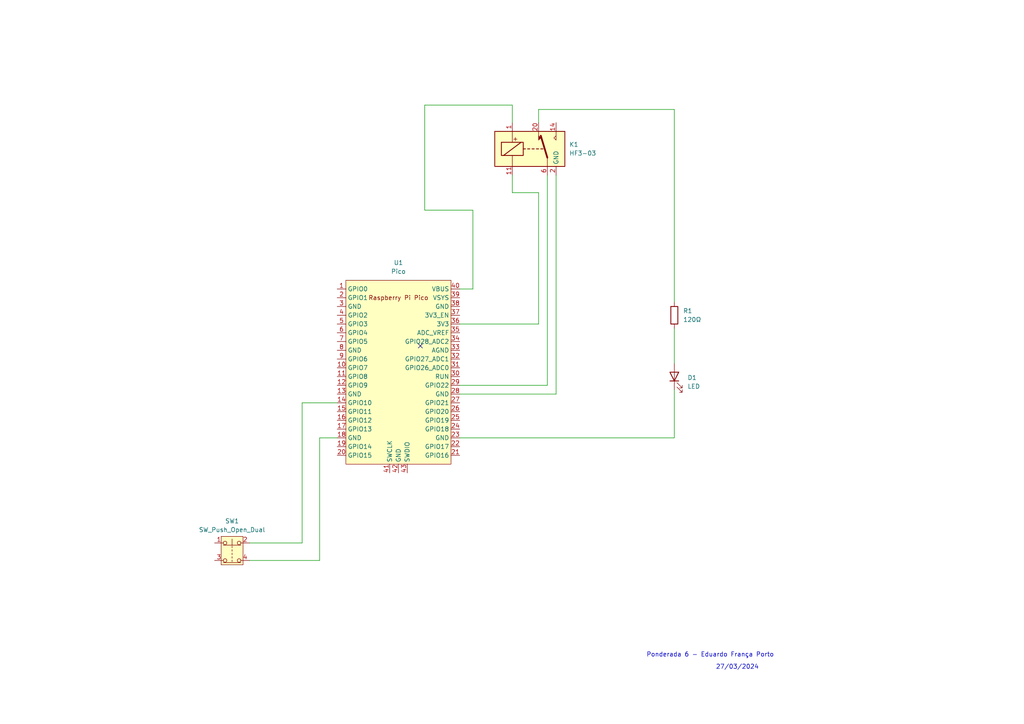
<source format=kicad_sch>
(kicad_sch (version 20231120) (generator "eeschema") (generator_version "8.0")
  (paper "A4")
  (no_connect (at 121.92 100.33))
  (wire (pts (xy 72.39 162.56) (xy 92.71 162.56)))
  (wire (pts (xy 137.16 60.96) (xy 137.16 83.82)))
  (wire (pts (xy 137.16 83.82) (xy 133.35 83.82)))
  (wire (pts (xy 133.35 114.3) (xy 161.29 114.3)))
  (wire (pts (xy 72.39 157.48) (xy 87.63 157.48)))
  (wire (pts (xy 148.59 55.88) (xy 148.59 50.8)))
  (wire (pts (xy 92.71 162.56) (xy 92.71 127)))
  (wire (pts (xy 133.35 93.98) (xy 156.21 93.98)))
  (wire (pts (xy 195.58 113.03) (xy 195.58 127)))
  (wire (pts (xy 195.58 95.25) (xy 195.58 105.41)))
  (wire (pts (xy 156.21 31.75) (xy 195.58 31.75)))
  (wire (pts (xy 137.16 60.96) (xy 123.19 60.96)))
  (wire (pts (xy 133.35 127) (xy 195.58 127)))
  (wire (pts (xy 148.59 55.88) (xy 156.21 55.88)))
  (wire (pts (xy 123.19 30.48) (xy 148.59 30.48)))
  (wire (pts (xy 133.35 111.76) (xy 158.75 111.76)))
  (wire (pts (xy 87.63 157.48) (xy 87.63 116.84)))
  (wire (pts (xy 92.71 127) (xy 97.79 127)))
  (wire (pts (xy 156.21 35.56) (xy 156.21 31.75)))
  (wire (pts (xy 87.63 116.84) (xy 97.79 116.84)))
  (wire (pts (xy 161.29 50.8) (xy 161.29 114.3)))
  (wire (pts (xy 195.58 31.75) (xy 195.58 87.63)))
  (wire (pts (xy 156.21 55.88) (xy 156.21 93.98)))
  (wire (pts (xy 158.75 50.8) (xy 158.75 111.76)))
  (wire (pts (xy 123.19 60.96) (xy 123.19 30.48)))
  (wire (pts (xy 148.59 35.56) (xy 148.59 30.48)))
  (polyline (pts (xy 303.0355 10.7744) (xy 301.6022 10.7744) (xy 301.6022 14.8021) (xy 301.017 14.8021) (xy 301.017 10.7744) (xy 299.5867 10.7744) (xy 299.5867 10.2875) (xy 303.0355 10.2875) (xy 303.0355 10.7744)) (stroke (width -0.0001) (type solid)) (fill (type color) (color 255 255 255 1)))
  (polyline (pts (xy 288.8581 1.9132) (xy 288.8591 1.9736) (xy 288.8622 2.0322) (xy 288.8674 2.0892) (xy 288.8747 2.1444) (xy 288.8841 2.198) (xy 288.8956 2.2498) (xy 288.9091 2.2999) (xy 288.9247 2.3484) (xy 288.9424 2.3951) (xy 288.9622 2.4401) (xy 288.9841 2.4834) (xy 289.0081 2.525) (xy 289.0341 2.5649) (xy 289.0622 2.6031) (xy 289.0925 2.6396) (xy 289.1248 2.6744) (xy 289.159 2.7073) (xy 289.195 2.738) (xy 289.2327 2.7666) (xy 289.2722 2.7931) (xy 289.3135 2.8175) (xy 289.3566 2.8397) (xy 289.4014 2.8599) (xy 289.448 2.8779) (xy 289.4964 2.8938) (xy 289.5465 2.9075) (xy 289.5984 2.9192) (xy 289.652 2.9287) (xy 289.7075 2.9361) (xy 289.7647 2.9414) (xy 289.8236 2.9445) (xy 289.8844 2.9456) (xy 289.9459 2.9446) (xy 290.0055 2.9414) (xy 290.0634 2.9361) (xy 290.1194 2.9287) (xy 290.1736 2.9192) (xy 290.2259 2.9077) (xy 290.2764 2.8939) (xy 290.3251 2.8781) (xy 290.372 2.8602) (xy 290.417 2.8402) (xy 290.4602 2.818) (xy 290.5016 2.7938) (xy 290.5411 2.7674) (xy 290.5788 2.739) (xy 290.6147 2.7084) (xy 290.6488 2.6757) (xy 290.6808 2.6411) (xy 290.7108 2.6048) (xy 290.7387 2.5668) (xy 290.7646 2.5271) (xy 290.7884 2.4856) (xy 290.8101 2.4424) (xy 290.8298 2.3975) (xy 290.8474 2.3509) (xy 290.8629 2.3026) (xy 290.8763 2.2525) (xy 290.8877 2.2007) (xy 290.897 2.1472) (xy 290.9043 2.092) (xy 290.9095 2.0351) (xy 290.9126 1.9765) (xy 290.9136 1.9161) (xy 290.9136 -1.1441) (xy 291.5047 -1.1441) (xy 291.5047 1.9256) (xy 291.5028 2.0045) (xy 291.4978 2.0817) (xy 291.4898 2.1569) (xy 291.4787 2.2304) (xy 291.4646 2.3021) (xy 291.4474 2.3719) (xy 291.4272 2.44) (xy 291.4039 2.5062) (xy 291.3776 2.5706) (xy 291.3482 2.6332) (xy 291.3158 2.6939) (xy 291.2804 2.7529) (xy 291.2419 2.81) (xy 291.2003 2.8653) (xy 291.1557 2.9188) (xy 291.1081 2.9705) (xy 291.0578 3.0198) (xy 291.0053 3.0664) (xy 290.9506 3.1102) (xy 290.8937 3.1512) (xy 290.8347 3.1895) (xy 290.7734 3.2249) (xy 290.71 3.2576) (xy 290.6443 3.2875) (xy 290.5765 3.3146) (xy 290.5065 3.3389) (xy 290.4343 3.3605) (xy 290.3599 3.3792) (xy 290.2833 3.3952) (xy 290.2046 3.4084) (xy 290.1236 3.4188) (xy 290.0405 3.4263) (xy 289.8844 3.4324) (xy 289.794 3.4309) (xy 289.706 3.4262) (xy 289.6203 3.4184) (xy 289.5369 3.4074) (xy 289.4558 3.3934) (xy 289.3771 3.3762) (xy 289.3007 3.3559) (xy 289.2266 3.3324) (xy 289.1549 3.3059) (xy 289.0854 3.2762) (xy 289.0183 3.2434) (xy 288.9535 3.2074) (xy 288.891 3.1683) (xy 288.8308 3.1262) (xy 288.7729 3.0808) (xy 288.7173 3.0324) (xy 288.6646 2.9812) (xy 288.6153 2.9277) (xy 288.5693 2.8718) (xy 288.5266 2.8136) (xy 288.4874 2.753) (xy 288.4514 2.6901) (xy 288.4188 2.6248) (xy 288.3896 2.5572) (xy 288.3637 2.4872) (xy 288.3412 2.4149) (xy 288.322 2.3402) (xy 288.3062 2.2632) (xy 288.2937 2.1839) (xy 288.2845 2.1022) (xy 288.2787 2.0181) (xy 288.2762 1.9317) (xy 288.2762 -1.1441) (xy 288.8581 -1.1441) (xy 288.8581 1.9132)) (stroke (width -0.0001) (type solid)) (fill (type color) (color 255 255 255 1)))
  (polyline (pts (xy 303.0355 67.9349) (xy 301.6022 67.9349) (xy 301.6022 71.9627) (xy 301.017 71.9627) (xy 301.017 67.9349) (xy 299.5867 67.9349) (xy 299.5867 67.4481) (xy 303.0355 67.4481) (xy 303.0355 67.9349)) (stroke (width -0.0001) (type solid)) (fill (type color) (color 255 255 255 1)))
  (polyline (pts (xy 298.0237 113.1779) (xy 298.1138 113.182) (xy 298.2012 113.1888) (xy 298.2858 113.1983) (xy 298.3678 113.2105) (xy 298.4471 113.2254) (xy 298.5236 113.2431) (xy 298.5974 113.2634) (xy 298.6685 113.2865) (xy 298.7369 113.3122) (xy 298.8026 113.3407) (xy 298.8656 113.3719) (xy 298.9258 113.4058) (xy 298.9834 113.4424) (xy 299.0382 113.4817) (xy 299.0903 113.5237) (xy 299.1395 113.5683) (xy 299.1855 113.6154) (xy 299.2283 113.6649) (xy 299.2679 113.717) (xy 299.3044 113.7715) (xy 299.3377 113.8285) (xy 299.3678 113.8879) (xy 299.3947 113.9499) (xy 299.4185 114.0143) (xy 299.4391 114.0812) (xy 299.4566 114.1505) (xy 299.4708 114.2224) (xy 299.4819 114.2967) (xy 299.4898 114.3735) (xy 299.4946 114.4527) (xy 299.4962 114.5344) (xy 299.4953 114.5867) (xy 299.4927 114.6381) (xy 299.4883 114.6887) (xy 299.4821 114.7384) (xy 299.4742 114.7873) (xy 299.4645 114.8353) (xy 299.4531 114.8825) (xy 299.4399 114.9289) (xy 299.4249 114.9744) (xy 299.4082 115.019) (xy 299.3897 115.0628) (xy 299.3695 115.1058) (xy 299.3474 115.1479) (xy 299.3236 115.1892) (xy 299.2981 115.2296) (xy 299.2707 115.2692) (xy 299.242 115.3077) (xy 299.2118 115.345) (xy 299.1803 115.381) (xy 299.1474 115.4158) (xy 299.1131 115.4494) (xy 299.0774 115.4818) (xy 299.0403 115.5129) (xy 299.0019 115.5428) (xy 298.962 115.5715) (xy 298.9208 115.5989) (xy 298.8782 115.6251) (xy 298.8342 115.65) (xy 298.7889 115.6737) (xy 298.7421 115.6962) (xy 298.694 115.7175) (xy 298.6445 115.7375) (xy 299.692 117.6536) (xy 299.692 117.6909) (xy 299.0609 117.6909) (xy 298.0931 115.8647) (xy 297.0456 115.8647) (xy 297.0456 117.6909) (xy 296.4545 117.6909) (xy 296.4545 113.6634) (xy 297.0459 113.6634) (xy 297.0459 115.3779) (xy 297.9491 115.3779) (xy 298.0032 115.377) (xy 298.0559 115.3743) (xy 298.1071 115.3698) (xy 298.157 115.3636) (xy 298.2054 115.3555) (xy 298.2525 115.3456) (xy 298.2981 115.3339) (xy 298.3423 115.3205) (xy 298.3852 115.3052) (xy 298.4266 115.2882) (xy 298.4667 115.2693) (xy 298.5053 115.2486) (xy 298.5426 115.2262) (xy 298.5785 115.2019) (xy 298.613 115.1758) (xy 298.646 115.148) (xy 298.6774 115.1186) (xy 298.7067 115.0881) (xy 298.734 115.0563) (xy 298.7593 115.0234) (xy 298.7826 114.9892) (xy 298.8038 114.9538) (xy 298.823 114.9171) (xy 298.8402 114.8793) (xy 298.8554 114.8403) (xy 298.8686 114.8) (xy 298.8797 114.7586) (xy 298.8889 114.7159) (xy 298.896 114.672) (xy 298.901 114.6269) (xy 298.9041 114.5806) (xy 298.9051 114.5331) (xy 298.9041 114.4814) (xy 298.9012 114.4313) (xy 298.8964 114.3827) (xy 298.8896 114.3356) (xy 298.881 114.2901) (xy 298.8704 114.2461) (xy 298.8578 114.2036) (xy 298.8434 114.1627) (xy 298.827 114.1233) (xy 298.8087 114.0854) (xy 298.7885 114.0491) (xy 298.7663 114.0142) (xy 298.7422 113.9809) (xy 298.7162 113.9492) (xy 298.6883 113.9189) (xy 298.6585 113.8902) (xy 298.6268 113.863) (xy 298.5934 113.8376) (xy 298.5583 113.814) (xy 298.5215 113.792) (xy 298.4829 113.7718) (xy 298.4427 113.7533) (xy 298.4007 113.7366) (xy 298.357 113.7215) (xy 298.3117 113.7082) (xy 298.2646 113.6966) (xy 298.2158 113.6868) (xy 298.1653 113.6786) (xy 298.1132 113.6722) (xy 298.0593 113.6676) (xy 298.0037 113.6646) (xy 297.9465 113.6634) (xy 297.0459 113.6634) (xy 296.4545 113.6634) (xy 296.4545 113.1766) (xy 297.9309 113.1766) (xy 298.0237 113.1779)) (stroke (width -0.0001) (type solid)) (fill (type color) (color 255 255 255 1)))
  (polyline (pts (xy 303.1564 170.8237) (xy 301.7232 170.8237) (xy 301.7232 174.8515) (xy 301.1379 174.8515) (xy 301.1379 170.8237) (xy 299.7076 170.8237) (xy 299.7076 170.3369) (xy 303.1564 170.3369) (xy 303.1564 170.8237)) (stroke (width -0.0001) (type solid)) (fill (type color) (color 255 255 255 1)))
  (polyline (pts (xy 288.8581 116.2338) (xy 288.8591 116.2942) (xy 288.8622 116.3529) (xy 288.8674 116.4098) (xy 288.8747 116.4651) (xy 288.8841 116.5186) (xy 288.8956 116.5704) (xy 288.9091 116.6206) (xy 288.9247 116.669) (xy 288.9424 116.7157) (xy 288.9622 116.7607) (xy 288.9841 116.8041) (xy 289.0081 116.8457) (xy 289.0341 116.8856) (xy 289.0622 116.9238) (xy 289.0925 116.9602) (xy 289.1248 116.995) (xy 289.159 117.0279) (xy 289.195 117.0586) (xy 289.2327 117.0873) (xy 289.2722 117.1138) (xy 289.3135 117.1381) (xy 289.3566 117.1604) (xy 289.4014 117.1805) (xy 289.448 117.1985) (xy 289.4964 117.2144) (xy 289.5465 117.2281) (xy 289.5984 117.2398) (xy 289.652 117.2493) (xy 289.7075 117.2567) (xy 289.7647 117.262) (xy 289.8236 117.2652) (xy 289.8844 117.2662) (xy 289.9459 117.2652) (xy 290.0055 117.262) (xy 290.0634 117.2567) (xy 290.1194 117.2494) (xy 290.1736 117.2399) (xy 290.2259 117.2283) (xy 290.2764 117.2146) (xy 290.3251 117.1988) (xy 290.372 117.1808) (xy 290.417 117.1608) (xy 290.4602 117.1387) (xy 290.5016 117.1144) (xy 290.5411 117.0881) (xy 290.5788 117.0596) (xy 290.6147 117.029) (xy 290.6488 116.9964) (xy 290.6808 116.9618) (xy 290.7108 116.9255) (xy 290.7387 116.8874) (xy 290.7646 116.8477) (xy 290.7884 116.8062) (xy 290.8101 116.763) (xy 290.8298 116.7181) (xy 290.8474 116.6715) (xy 290.8629 116.6232) (xy 290.8763 116.5731) (xy 290.8877 116.5214) (xy 290.897 116.4679) (xy 290.9043 116.4127) (xy 290.9095 116.3557) (xy 290.9126 116.2971) (xy 290.9136 116.2367) (xy 290.9136 113.1766) (xy 291.5047 113.1766) (xy 291.5047 116.2463) (xy 291.5028 116.3252) (xy 291.4978 116.4023) (xy 291.4898 116.4776) (xy 291.4787 116.5511) (xy 291.4646 116.6227) (xy 291.4474 116.6926) (xy 291.4272 116.7606) (xy 291.4039 116.8268) (xy 291.3776 116.8912) (xy 291.3482 116.9538) (xy 291.3158 117.0146) (xy 291.2804 117.0735) (xy 291.2419 117.1306) (xy 291.2003 117.186) (xy 291.1557 117.2394) (xy 291.1081 117.2911) (xy 291.0578 117.3405) (xy 291.0053 117.387) (xy 290.9506 117.4308) (xy 290.8937 117.4719) (xy 290.8347 117.5101) (xy 290.7734 117.5456) (xy 290.71 117.5782) (xy 290.6443 117.6081) (xy 290.5765 117.6352) (xy 290.5065 117.6596) (xy 290.4343 117.6811) (xy 290.3599 117.6998) (xy 290.2833 117.7158) (xy 290.2046 117.729) (xy 290.1236 117.7394) (xy 290.0405 117.747) (xy 289.8844 117.7531) (xy 289.794 117.7515) (xy 289.706 117.7468) (xy 289.6203 117.739) (xy 289.5369 117.7281) (xy 289.4558 117.714) (xy 289.3771 117.6968) (xy 289.3007 117.6765) (xy 289.2266 117.653) (xy 289.1549 117.6265) (xy 289.0854 117.5968) (xy 289.0183 117.564) (xy 288.9535 117.528) (xy 288.891 117.489) (xy 288.8308 117.4468) (xy 288.7729 117.4014) (xy 288.7173 117.353) (xy 288.6646 117.3018) (xy 288.6153 117.2483) (xy 288.5693 117.1924) (xy 288.5266 117.1342) (xy 288.4874 117.0736) (xy 288.4514 117.0107) (xy 288.4188 116.9454) (xy 288.3896 116.8778) (xy 288.3637 116.8078) (xy 288.3412 116.7355) (xy 288.322 116.6608) (xy 288.3062 116.5838) (xy 288.2937 116.5045) (xy 288.2845 116.4228) (xy 288.2787 116.3387) (xy 288.2762 116.2524) (xy 288.2762 113.1766) (xy 288.8581 113.1766) (xy 288.8581 116.2338)) (stroke (width -0.0001) (type solid)) (fill (type color) (color 255 255 255 1)))
  (polyline (pts (xy 295.8568 3.3703) (xy 295.2535 3.3703) (xy 294.8279 2.1889) (xy 292.9594 2.1889) (xy 292.5397 3.3703) (xy 291.933 3.3703) (xy 292.5625 1.7021) (xy 293.1372 1.7021) (xy 294.6532 1.7021) (xy 293.8936 -0.4093) (xy 293.1372 1.7021) (xy 292.5625 1.7021) (xy 293.6364 -1.1441) (xy 294.1508 -1.1441) (xy 295.8568 3.3703)) (stroke (width -0.0001) (type solid)) (fill (type color) (color 255 255 255 1)))
  (polyline (pts (xy 298.0237 170.3382) (xy 298.1138 170.3423) (xy 298.2012 170.3491) (xy 298.2858 170.3586) (xy 298.3678 170.3708) (xy 298.4471 170.3857) (xy 298.5236 170.4034) (xy 298.5974 170.4237) (xy 298.6685 170.4468) (xy 298.7369 170.4726) (xy 298.8026 170.501) (xy 298.8656 170.5322) (xy 298.9258 170.5661) (xy 298.9834 170.6027) (xy 299.0382 170.642) (xy 299.0903 170.684) (xy 299.1395 170.7286) (xy 299.1855 170.7757) (xy 299.2283 170.8253) (xy 299.2679 170.8773) (xy 299.3044 170.9318) (xy 299.3377 170.9888) (xy 299.3678 171.0483) (xy 299.3947 171.1102) (xy 299.4185 171.1746) (xy 299.4391 171.2415) (xy 299.4566 171.3109) (xy 299.4708 171.3827) (xy 299.4819 171.457) (xy 299.4898 171.5338) (xy 299.4946 171.613) (xy 299.4962 171.6947) (xy 299.4953 171.747) (xy 299.4927 171.7984) (xy 299.4883 171.849) (xy 299.4821 171.8987) (xy 299.4742 171.9476) (xy 299.4645 171.9956) (xy 299.4531 172.0428) (xy 299.4399 172.0892) (xy 299.4249 172.1347) (xy 299.4082 172.1793) (xy 299.3897 172.2232) (xy 299.3695 172.2661) (xy 299.3474 172.3082) (xy 299.3236 172.3495) (xy 299.2981 172.3899) (xy 299.2707 172.4295) (xy 299.242 172.468) (xy 299.2118 172.5053) (xy 299.1803 172.5413) (xy 299.1474 172.5762) (xy 299.1131 172.6098) (xy 299.0774 172.6421) (xy 299.0403 172.6732) (xy 299.0019 172.7031) (xy 298.962 172.7318) (xy 298.9208 172.7592) (xy 298.8782 172.7854) (xy 298.8342 172.8103) (xy 298.7889 172.834) (xy 298.7421 172.8565) (xy 298.694 172.8778) (xy 298.6445 172.8978) (xy 299.692 174.8139) (xy 299.692 174.8512) (xy 299.0609 174.8512) (xy 298.0931 173.0251) (xy 297.0456 173.0251) (xy 297.0456 174.8512) (xy 296.4545 174.8512) (xy 296.4545 170.8237) (xy 297.0459 170.8237) (xy 297.0459 172.5382) (xy 297.9491 172.5382) (xy 298.0032 172.5373) (xy 298.0559 172.5346) (xy 298.1071 172.5301) (xy 298.157 172.5239) (xy 298.2054 172.5158) (xy 298.2525 172.5059) (xy 298.2981 172.4943) (xy 298.3423 172.4808) (xy 298.3852 172.4655) (xy 298.4266 172.4485) (xy 298.4667 172.4296) (xy 298.5053 172.409) (xy 298.5426 172.3865) (xy 298.5785 172.3622) (xy 298.613 172.3362) (xy 298.646 172.3083) (xy 298.6774 172.279) (xy 298.7067 172.2484) (xy 298.734 172.2166) (xy 298.7593 172.1837) (xy 298.7826 172.1495) (xy 298.8038 172.1141) (xy 298.823 172.0775) (xy 298.8402 172.0396) (xy 298.8554 172.0006) (xy 298.8686 171.9603) (xy 298.8797 171.9189) (xy 298.8889 171.8762) (xy 298.896 171.8323) (xy 298.901 171.7872) (xy 298.9041 171.7409) (xy 298.9051 171.6934) (xy 298.9041 171.6417) (xy 298.9012 171.5916) (xy 298.8964 171.543) (xy 298.8896 171.4959) (xy 298.881 171.4504) (xy 298.8704 171.4064) (xy 298.8578 171.364) (xy 298.8434 171.323) (xy 298.827 171.2836) (xy 298.8087 171.2457) (xy 298.7885 171.2094) (xy 298.7663 171.1745) (xy 298.7422 171.1412) (xy 298.7162 171.1095) (xy 298.6883 171.0792) (xy 298.6585 171.0505) (xy 298.6268 171.0233) (xy 298.5934 170.998) (xy 298.5583 170.9743) (xy 298.5215 170.9523) (xy 298.4829 170.9321) (xy 298.4427 170.9136) (xy 298.4007 170.8969) (xy 298.357 170.8818) (xy 298.3117 170.8685) (xy 298.2646 170.8569) (xy 298.2158 170.8471) (xy 298.1653 170.8389) (xy 298.1132 170.8325) (xy 298.0593 170.8279) (xy 298.0037 170.8249) (xy 297.9465 170.8237) (xy 297.0459 170.8237) (xy 296.4545 170.8237) (xy 296.4545 170.3369) (xy 297.9309 170.3369) (xy 298.0237 170.3382)) (stroke (width -0.0001) (type solid)) (fill (type color) (color 255 255 255 1)))
  (polyline (pts (xy 303.1564 56.5028) (xy 301.7232 56.5028) (xy 301.7232 60.5306) (xy 301.1379 60.5306) (xy 301.1379 56.5028) (xy 299.7076 56.5028) (xy 299.7076 56.016) (xy 303.1564 56.016) (xy 303.1564 56.5028)) (stroke (width -0.0001) (type solid)) (fill (type color) (color 255 255 255 1)))
  (polyline (pts (xy 295.8568 117.6909) (xy 295.2535 117.6909) (xy 294.8279 116.5095) (xy 292.9594 116.5095) (xy 292.5397 117.6909) (xy 291.933 117.6909) (xy 292.5624 116.023) (xy 293.1372 116.023) (xy 294.6532 116.023) (xy 293.8936 113.9116) (xy 293.1372 116.023) (xy 292.5624 116.023) (xy 293.6364 113.1766) (xy 294.1508 113.1766) (xy 295.8568 117.6909)) (stroke (width -0.0001) (type solid)) (fill (type color) (color 255 255 255 1)))
  (polyline (pts (xy 303.0355 125.0963) (xy 301.6022 125.0963) (xy 301.6022 129.1241) (xy 301.017 129.1241) (xy 301.017 125.0963) (xy 299.5867 125.0963) (xy 299.5867 124.6095) (xy 303.0355 124.6095) (xy 303.0355 125.0963)) (stroke (width -0.0001) (type solid)) (fill (type color) (color 255 255 255 1)))
  (polyline (pts (xy 295.7359 129.1238) (xy 295.1326 129.1238) (xy 294.7069 127.9424) (xy 292.8385 127.9424) (xy 292.4188 129.1238) (xy 291.8121 129.1238) (xy 292.4416 127.4556) (xy 293.0163 127.4556) (xy 294.5323 127.4556) (xy 293.7727 125.3442) (xy 293.0163 127.4556) (xy 292.4416 127.4556) (xy 293.5155 124.6095) (xy 294.0299 124.6095) (xy 295.7359 129.1238)) (stroke (width -0.0001) (type solid)) (fill (type color) (color 255 255 255 1)))
  (polyline (pts (xy 305.0258 10.2274) (xy 305.1114 10.2329) (xy 305.1939 10.242) (xy 305.2735 10.2548) (xy 305.3502 10.2712) (xy 305.4238 10.2913) (xy 305.4945 10.315) (xy 305.5622 10.3423) (xy 305.627 10.3733) (xy 305.6888 10.4079) (xy 305.7476 10.4462) (xy 305.8035 10.4882) (xy 305.8564 10.5337) (xy 305.9063 10.583) (xy 305.9532 10.6358) (xy 305.9972 10.6923) (xy 306.0385 10.7527) (xy 306.0771 10.8169) (xy 306.1131 10.8852) (xy 306.1466 10.9574) (xy 306.1775 11.0335) (xy 306.2058 11.1136) (xy 306.2315 11.1977) (xy 306.2546 11.2857) (xy 306.2751 11.3777) (xy 306.2931 11.4736) (xy 306.3085 11.5735) (xy 306.3212 11.6774) (xy 306.3314 11.7852) (xy 306.339 11.897) (xy 306.3441 12.0128) (xy 306.3465 12.1325) (xy 306.3465 12.8767) (xy 306.3468 12.8767) (xy 306.3454 13.0007) (xy 306.3414 13.1206) (xy 306.3348 13.2364) (xy 306.3255 13.3482) (xy 306.3135 13.456) (xy 306.2989 13.5597) (xy 306.2816 13.6594) (xy 306.2617 13.755) (xy 306.2391 13.8466) (xy 306.2139 13.9341) (xy 306.186 14.0176) (xy 306.1554 14.097) (xy 306.1222 14.1724) (xy 306.0864 14.2437) (xy 306.0479 14.311) (xy 306.0068 14.3743) (xy 305.9851 14.4044) (xy 305.9628 14.4336) (xy 305.9396 14.4618) (xy 305.9158 14.4891) (xy 305.8911 14.5154) (xy 305.8658 14.5407) (xy 305.8397 14.5651) (xy 305.8128 14.5886) (xy 305.7852 14.6111) (xy 305.7569 14.6326) (xy 305.7278 14.6532) (xy 305.6979 14.6728) (xy 305.6673 14.6915) (xy 305.636 14.7092) (xy 305.6039 14.7259) (xy 305.5711 14.7417) (xy 305.5375 14.7566) (xy 305.5031 14.7704) (xy 305.4322 14.7953) (xy 305.3583 14.8164) (xy 305.2814 14.8336) (xy 305.2015 14.847) (xy 305.1185 14.8566) (xy 305.0326 14.8624) (xy 304.9437 14.8643) (xy 304.8559 14.8624) (xy 304.771 14.8568) (xy 304.689 14.8474) (xy 304.6099 14.8343) (xy 304.5338 14.8175) (xy 304.4605 14.7969) (xy 304.3901 14.7725) (xy 304.3226 14.7445) (xy 304.258 14.7126) (xy 304.1964 14.6771) (xy 304.1376 14.6378) (xy 304.0817 14.5947) (xy 304.0286 14.5479) (xy 303.9785 14.4974) (xy 303.9313 14.4431) (xy 303.8869 14.3851) (xy 303.8453 14.3234) (xy 303.8064 14.258) (xy 303.7699 14.1889) (xy 303.7361 14.116) (xy 303.7049 14.0395) (xy 303.6762 13.9593) (xy 303.6501 13.8755) (xy 303.6266 13.7879) (xy 303.6057 13.6966) (xy 303.5874 13.6016) (xy 303.5717 13.5029) (xy 303.5585 13.4006) (xy 303.548 13.2945) (xy 303.54 13.1848) (xy 303.5346 13.0714) (xy 303.5321 12.9664) (xy 304.0986 12.9664) (xy 304.0994 13.0564) (xy 304.1019 13.1434) (xy 304.106 13.2274) (xy 304.1117 13.3084) (xy 304.1191 13.3864) (xy 304.1281 13.4614) (xy 304.1388 13.5334) (xy 304.1511 13.6025) (xy 304.165 13.6685) (xy 304.1806 13.7315) (xy 304.1978 13.7916) (xy 304.2167 13.8486) (xy 304.2372 13.9027) (xy 304.2593 13.9538) (xy 304.283 14.0019) (xy 304.3084 14.047) (xy 304.3217 14.0685) (xy 304.3355 14.0892) (xy 304.3497 14.1093) (xy 304.3643 14.1287) (xy 304.3793 14.1475) (xy 304.3947 14.1655) (xy 304.4106 14.1829) (xy 304.4269 14.1996) (xy 304.4436 14.2156) (xy 304.4607 14.2309) (xy 304.4782 14.2456) (xy 304.4962 14.2595) (xy 304.5146 14.2728) (xy 304.5334 14.2854) (xy 304.5526 14.2973) (xy 304.5723 14.3086) (xy 304.5924 14.3191) (xy 304.6129 14.329) (xy 304.6338 14.3382) (xy 304.6551 14.3467) (xy 304.6769 14.3545) (xy 304.699 14.3617) (xy 304.7216 14.3681) (xy 304.7447 14.3739) (xy 304.7681 14.379) (xy 304.792 14.3835) (xy 304.8162 14.3872) (xy 304.8409 14.3903) (xy 304.866 14.3927) (xy 304.8916 14.3944) (xy 304.9439 14.3957) (xy 304.9956 14.3944) (xy 305.0455 14.3906) (xy 305.0938 14.3842) (xy 305.1403 14.3752) (xy 305.1852 14.3636) (xy 305.2284 14.3495) (xy 305.2699 14.3328) (xy 305.3096 14.3136) (xy 305.3477 14.2917) (xy 305.3841 14.2673) (xy 305.4189 14.2404) (xy 305.4519 14.2109) (xy 305.4832 14.1788) (xy 305.5128 14.1441) (xy 305.5408 14.1069) (xy 305.567 14.0671) (xy 305.5918 14.0245) (xy 305.615 13.979) (xy 305.6366 13.9306) (xy 305.6568 13.8791) (xy 305.6754 13.8248) (xy 305.6926 13.7674) (xy 305.7082 13.7071) (xy 305.7222 13.6439) (xy 305.7348 13.5777) (xy 305.7458 13.5085) (xy 305.7553 13.4364) (xy 305.7633 13.3613) (xy 305.7697 13.2833) (xy 305.7747 13.2023) (xy 305.7781 13.1184) (xy 305.78 13.0315) (xy 305.78 12.0922) (xy 305.7768 11.9163) (xy 305.7729 11.8329) (xy 305.7674 11.7526) (xy 305.7603 11.6754) (xy 305.7516 11.6013) (xy 305.7414 11.5303) (xy 305.7295 11.4624) (xy 305.7161 11.3976) (xy 305.7011 11.3358) (xy 305.6845 11.2772) (xy 305.6664 11.2216) (xy 305.6466 11.1691) (xy 305.6253 11.1197) (xy 305.6024 11.0734) (xy 305.5779 11.0302) (xy 305.565 11.0097) (xy 305.5517 10.9898) (xy 305.5379 10.9706) (xy 305.5236 10.9521) (xy 305.5089 10.9342) (xy 305.4937 10.9169) (xy 305.4781 10.9003) (xy 305.462 10.8844) (xy 305.4454 10.8691) (xy 305.4284 10.8544) (xy 305.4109 10.8404) (xy 305.393 10.8271) (xy 305.3746 10.8144) (xy 305.3558 10.8023) (xy 305.3364 10.7909) (xy 305.3167 10.7802) (xy 305.2964 10.7701) (xy 305.2757 10.7606) (xy 305.2546 10.7519) (xy 305.233 10.7437) (xy 305.2109 10.7362) (xy 305.1883 10.7294) (xy 305.1653 10.7232) (xy 305.1419 10.7177) (xy 305.118 10.7128) (xy 305.0936 10.7086) (xy 305.0687 10.705) (xy 305.0434 10.702) (xy 304.9914 10.6981) (xy 304.9376 10.6968) (xy 304.8841 10.6981) (xy 304.8325 10.702) (xy 304.7828 10.7085) (xy 304.7348 10.7176) (xy 304.6887 10.7292) (xy 304.6445 10.7435) (xy 304.6021 10.7603) (xy 304.5616 10.7798) (xy 304.5229 10.8018) (xy 304.486 10.8264) (xy 304.451 10.8537) (xy 304.4178 10.8835) (xy 304.3865 10.9159) (xy 304.357 10.9509) (xy 304.3294 10.9884) (xy 304.3036 11.0286) (xy 304.2795 11.0715) (xy 304.2569 11.1171) (xy 304.2358 11.1656) (xy 304.2162 11.2168) (xy 304.1981 11.2708) (xy 304.1816 11.3276) (xy 304.1665 11.3871) (xy 304.1529 11.4495) (xy 304.1408 11.5146) (xy 304.1303 11.5826) (xy 304.1212 11.6533) (xy 304.1137 11.7268) (xy 304.1076 11.8031) (xy 304.1031 11.8821) (xy 304.1001 11.964) (xy 304.0986 12.0486) (xy 304.0986 12.9664) (xy 303.5321 12.9664) (xy 303.5319 12.9543) (xy 303.5319 12.1883) (xy 303.5332 12.0659) (xy 303.5372 11.9475) (xy 303.5438 11.833) (xy 303.5531 11.7226) (xy 303.565 11.6162) (xy 303.5796 11.5138) (xy 303.5969 11.4153) (xy 303.6168 11.3209) (xy 303.6393 11.2305) (xy 303.6646 11.144) (xy 303.6924 11.0616) (xy 303.723 10.9831) (xy 303.7561 10.9087) (xy 303.792 10.8382) (xy 303.8304 10.7717) (xy 303.8716 10.7093) (xy 303.8932 10.6795) (xy 303.9156 10.6507) (xy 303.9387 10.6228) (xy 303.9626 10.5959) (xy 303.9872 10.5699) (xy 304.0126 10.5449) (xy 304.0387 10.5208) (xy 304.0656 10.4976) (xy 304.0933 10.4754) (xy 304.1217 10.4542) (xy 304.1509 10.4339) (xy 304.1808 10.4145) (xy 304.2115 10.3961) (xy 304.2429 10.3786) (xy 304.2751 10.3621) (xy 304.308 10.3465) (xy 304.3761 10.3182) (xy 304.4473 10.2936) (xy 304.5214 10.2728) (xy 304.5986 10.2558) (xy 304.6788 10.2426) (xy 304.762 10.2332) (xy 304.8481 10.2275) (xy 304.9373 10.2256) (xy 305.0258 10.2274)) (stroke (width -0.0001) (type solid)) (fill (type color) (color 255 255 255 1)))
  (polyline (pts (xy 305.1467 170.2765) (xy 305.2323 170.282) (xy 305.3148 170.2911) (xy 305.3944 170.3039) (xy 305.4711 170.3203) (xy 305.5447 170.3403) (xy 305.6154 170.364) (xy 305.6831 170.3914) (xy 305.7479 170.4224) (xy 305.8097 170.457) (xy 305.8685 170.4953) (xy 305.9244 170.5372) (xy 305.9773 170.5828) (xy 306.0272 170.632) (xy 306.0742 170.6849) (xy 306.1181 170.7414) (xy 306.1594 170.8017) (xy 306.198 170.866) (xy 306.2341 170.9342) (xy 306.2675 171.0064) (xy 306.2984 171.0826) (xy 306.3267 171.1627) (xy 306.3524 171.2468) (xy 306.3755 171.3348) (xy 306.3961 171.4268) (xy 306.414 171.5227) (xy 306.4294 171.6226) (xy 306.4421 171.7265) (xy 306.4523 171.8343) (xy 306.4599 171.9461) (xy 306.465 172.0618) (xy 306.4674 172.1815) (xy 306.4674 172.9258) (xy 306.4677 172.9258) (xy 306.4663 173.0498) (xy 306.4623 173.1697) (xy 306.4557 173.2855) (xy 306.4464 173.3973) (xy 306.4344 173.5051) (xy 306.4198 173.6088) (xy 306.4025 173.7085) (xy 306.3826 173.8041) (xy 306.36 173.8957) (xy 306.3348 173.9832) (xy 306.3069 174.0667) (xy 306.2763 174.1461) (xy 306.2431 174.2215) (xy 306.2073 174.2928) (xy 306.1688 174.3601) (xy 306.1277 174.4234) (xy 306.106 174.4535) (xy 306.0837 174.4827) (xy 306.0605 174.5109) (xy 306.0367 174.5382) (xy 306.0121 174.5645) (xy 305.9867 174.5898) (xy 305.9606 174.6142) (xy 305.9337 174.6377) (xy 305.9061 174.6602) (xy 305.8778 174.6817) (xy 305.8487 174.7023) (xy 305.8188 174.7219) (xy 305.7882 174.7406) (xy 305.7569 174.7583) (xy 305.7248 174.775) (xy 305.692 174.7908) (xy 305.6584 174.8056) (xy 305.624 174.8195) (xy 305.5531 174.8444) (xy 305.4792 174.8655) (xy 305.4023 174.8827) (xy 305.3224 174.8961) (xy 305.2394 174.9057) (xy 305.1535 174.9115) (xy 305.0646 174.9134) (xy 304.9768 174.9115) (xy 304.8919 174.9059) (xy 304.8099 174.8965) (xy 304.7308 174.8834) (xy 304.6547 174.8666) (xy 304.5814 174.846) (xy 304.511 174.8216) (xy 304.4435 174.7936) (xy 304.379 174.7617) (xy 304.3173 174.7262) (xy 304.2585 174.6869) (xy 304.2026 174.6438) (xy 304.1495 174.597) (xy 304.0994 174.5465) (xy 304.0522 174.4922) (xy 304.0078 174.4342) (xy 303.9663 174.3725) (xy 303.9273 174.3071) (xy 303.8908 174.238) (xy 303.857 174.1652) (xy 303.8258 174.0886) (xy 303.7971 174.0084) (xy 303.771 173.9245) (xy 303.7475 173.837) (xy 303.7266 173.7457) (xy 303.7083 173.6507) (xy 303.6926 173.552) (xy 303.6794 173.4497) (xy 303.6689 173.3436) (xy 303.6609 173.2339) (xy 303.6555 173.1205) (xy 303.653 173.0155) (xy 304.2195 173.0155) (xy 304.2203 173.1055) (xy 304.2228 173.1925) (xy 304.2269 173.2765) (xy 304.2326 173.3575) (xy 304.24 173.4355) (xy 304.2491 173.5105) (xy 304.2597 173.5825) (xy 304.272 173.6516) (xy 304.286 173.7176) (xy 304.3015 173.7806) (xy 304.3188 173.8407) (xy 304.3376 173.8977) (xy 304.3581 173.9518) (xy 304.3802 174.0029) (xy 304.4039 174.051) (xy 304.4293 174.0961) (xy 304.4427 174.1175) (xy 304.4564 174.1383) (xy 304.4706 174.1584) (xy 304.4852 174.1778) (xy 304.5002 174.1966) (xy 304.5156 174.2146) (xy 304.5315 174.232) (xy 304.5478 174.2487) (xy 304.5645 174.2647) (xy 304.5816 174.28) (xy 304.5992 174.2947) (xy 304.6171 174.3086) (xy 304.6355 174.3219) (xy 304.6543 174.3345) (xy 304.6736 174.3464) (xy 304.6932 174.3577) (xy 304.7133 174.3682) (xy 304.7338 174.3781) (xy 304.7547 174.3873) (xy 304.776 174.3958) (xy 304.7978 174.4036) (xy 304.82 174.4108) (xy 304.8426 174.4172) (xy 304.8656 174.423) (xy 304.889 174.4281) (xy 304.9129 174.4325) (xy 304.9372 174.4363) (xy 304.9619 174.4394) (xy 304.987 174.4417) (xy 305.0125 174.4434) (xy 305.0648 174.4448) (xy 305.1165 174.4435) (xy 305.1664 174.4397) (xy 305.2147 174.4332) (xy 305.2613 174.4243) (xy 305.3061 174.4127) (xy 305.3493 174.3986) (xy 305.3908 174.3819) (xy 305.4306 174.3626) (xy 305.4687 174.3408) (xy 305.5051 174.3164) (xy 305.5398 174.2895) (xy 305.5728 174.26) (xy 305.6041 174.2279) (xy 305.6338 174.1932) (xy 305.6617 174.156) (xy 305.6879 174.1162) (xy 305.7127 174.0736) (xy 305.7359 174.0281) (xy 305.7576 173.9796) (xy 305.7777 173.9282) (xy 305.7964 173.8738) (xy 305.8135 173.8165) (xy 305.8291 173.7562) (xy 305.8431 173.693) (xy 305.8557 173.6268) (xy 305.8667 173.5576) (xy 305.8762 173.4855) (xy 305.8842 173.4104) (xy 305.8907 173.3324) (xy 305.8956 173.2514) (xy 305.899 173.1675) (xy 305.9009 173.0806) (xy 305.9009 172.1413) (xy 305.8978 171.9654) (xy 305.8938 171.882) (xy 305.8883 171.8017) (xy 305.8812 171.7245) (xy 305.8725 171.6504) (xy 305.8623 171.5794) (xy 305.8505 171.5115) (xy 305.837 171.4467) (xy 305.822 171.3849) (xy 305.8055 171.3263) (xy 305.7873 171.2707) (xy 305.7675 171.2182) (xy 305.7462 171.1688) (xy 305.7233 171.1225) (xy 305.6988 171.0793) (xy 305.6859 171.0588) (xy 305.6726 171.0389) (xy 305.6588 171.0197) (xy 305.6445 171.0012) (xy 305.6298 170.9833) (xy 305.6146 170.966) (xy 305.599 170.9494) (xy 305.5829 170.9335) (xy 305.5663 170.9182) (xy 305.5493 170.9035) (xy 305.5319 170.8895) (xy 305.5139 170.8762) (xy 305.4955 170.8635) (xy 305.4767 170.8514) (xy 305.4574 170.84) (xy 305.4376 170.8293) (xy 305.4174 170.8192) (xy 305.3967 170.8097) (xy 305.3755 170.801) (xy 305.3539 170.7928) (xy 305.3318 170.7853) (xy 305.3093 170.7785) (xy 305.2863 170.7723) (xy 305.2628 170.7668) (xy 305.2389 170.7619) (xy 305.2145 170.7576) (xy 305.1897 170.7541) (xy 305.1643 170.7511) (xy 305.1123 170.7472) (xy 305.0585 170.7459) (xy 305.0051 170.7472) (xy 304.9534 170.7511) (xy 304.9037 170.7576) (xy 304.8558 170.7667) (xy 304.8097 170.7783) (xy 304.7654 170.7926) (xy 304.723 170.8094) (xy 304.6825 170.8289) (xy 304.6438 170.8509) (xy 304.6069 170.8755) (xy 304.5719 170.9028) (xy 304.5388 170.9326) (xy 304.5074 170.965) (xy 304.478 171) (xy 304.4503 171.0376) (xy 304.4246 171.0777) (xy 304.4005 171.1206) (xy 304.3779 171.1662) (xy 304.3568 171.2147) (xy 304.3372 171.2659) (xy 304.3191 171.3199) (xy 304.3025 171.3767) (xy 304.2874 171.4363) (xy 304.2738 171.4986) (xy 304.2617 171.5638) (xy 304.2512 171.6317) (xy 304.2421 171.7024) (xy 304.2346 171.7759) (xy 304.2285 171.8522) (xy 304.224 171.9312) (xy 304.221 172.0131) (xy 304.2195 172.0977) (xy 304.2195 173.0155) (xy 303.653 173.0155) (xy 303.6528 173.0034) (xy 303.6528 172.2374) (xy 303.6541 172.115) (xy 303.6581 171.9965) (xy 303.6647 171.8821) (xy 303.674 171.7717) (xy 303.6859 171.6653) (xy 303.7005 171.5628) (xy 303.7178 171.4644) (xy 303.7377 171.37) (xy 303.7602 171.2795) (xy 303.7855 171.1931) (xy 303.8133 171.1107) (xy 303.8438 171.0322) (xy 303.877 170.9577) (xy 303.9129 170.8873) (xy 303.9513 170.8208) (xy 303.9925 170.7583) (xy 304.0141 170.7286) (xy 304.0365 170.6998) (xy 304.0596 170.6719) (xy 304.0835 170.645) (xy 304.1081 170.619) (xy 304.1335 170.5939) (xy 304.1596 170.5699) (xy 304.1865 170.5467) (xy 304.2142 170.5245) (xy 304.2426 170.5032) (xy 304.2718 170.4829) (xy 304.3017 170.4636) (xy 304.3324 170.4452) (xy 304.3638 170.4277) (xy 304.396 170.4112) (xy 304.4289 170.3956) (xy 304.4971 170.3672) (xy 304.5682 170.3427) (xy 304.6423 170.3219) (xy 304.7195 170.3049) (xy 304.7997 170.2917) (xy 304.8829 170.2822) (xy 304.969 170.2766) (xy 305.0582 170.2747) (xy 305.1467 170.2765)) (stroke (width -0.0001) (type solid)) (fill (type color) (color 255 255 255 1)))
  (polyline (pts (xy 295.8568 174.8512) (xy 295.2535 174.8512) (xy 294.8279 173.6698) (xy 292.9594 173.6698) (xy 292.5397 174.8512) (xy 291.933 174.8512) (xy 292.5624 173.1833) (xy 293.1372 173.1833) (xy 294.6532 173.1833) (xy 293.8936 171.0719) (xy 293.1372 173.1833) (xy 292.5624 173.1833) (xy 293.6364 170.3369) (xy 294.1508 170.3369) (xy 295.8568 174.8512)) (stroke (width -0.0001) (type solid)) (fill (type color) (color 255 255 255 1)))
  (polyline (pts (xy 288.8581 59.0735) (xy 288.8591 59.1339) (xy 288.8622 59.1925) (xy 288.8674 59.2495) (xy 288.8747 59.3047) (xy 288.8841 59.3583) (xy 288.8956 59.4101) (xy 288.9091 59.4603) (xy 288.9247 59.5087) (xy 288.9424 59.5554) (xy 288.9622 59.6004) (xy 288.9841 59.6437) (xy 289.0081 59.6853) (xy 289.0341 59.7252) (xy 289.0622 59.7634) (xy 289.0925 59.7999) (xy 289.1248 59.8347) (xy 289.159 59.8676) (xy 289.195 59.8983) (xy 289.2327 59.927) (xy 289.2722 59.9534) (xy 289.3135 59.9778) (xy 289.3566 60.0001) (xy 289.4014 60.0202) (xy 289.448 60.0382) (xy 289.4964 60.0541) (xy 289.5465 60.0678) (xy 289.5984 60.0795) (xy 289.652 60.089) (xy 289.7075 60.0964) (xy 289.7647 60.1017) (xy 289.8236 60.1049) (xy 289.8844 60.1059) (xy 289.9459 60.1049) (xy 290.0055 60.1017) (xy 290.0634 60.0964) (xy 290.1194 60.089) (xy 290.1736 60.0796) (xy 290.2259 60.068) (xy 290.2764 60.0543) (xy 290.3251 60.0384) (xy 290.372 60.0205) (xy 290.417 60.0005) (xy 290.4602 59.9784) (xy 290.5016 59.9541) (xy 290.5411 59.9278) (xy 290.5788 59.8993) (xy 290.6147 59.8687) (xy 290.6488 59.836) (xy 290.6808 59.8015) (xy 290.7108 59.7651) (xy 290.7387 59.7271) (xy 290.7646 59.6874) (xy 290.7884 59.6459) (xy 290.8101 59.6027) (xy 290.8298 59.5578) (xy 290.8474 59.5112) (xy 290.8629 59.4629) (xy 290.8763 59.4128) (xy 290.8877 59.361) (xy 290.897 59.3076) (xy 290.9043 59.2524) (xy 290.9095 59.1954) (xy 290.9126 59.1368) (xy 290.9136 59.0764) (xy 290.9136 56.0163) (xy 291.5047 56.0163) (xy 291.5047 59.0859) (xy 291.5028 59.1649) (xy 291.4978 59.242) (xy 291.4898 59.3173) (xy 291.4787 59.3907) (xy 291.4646 59.4624) (xy 291.4474 59.5323) (xy 291.4272 59.6003) (xy 291.4039 59.6665) (xy 291.3776 59.7309) (xy 291.3482 59.7935) (xy 291.3158 59.8543) (xy 291.2804 59.9132) (xy 291.2419 59.9703) (xy 291.2003 60.0256) (xy 291.1557 60.0791) (xy 291.1081 60.1308) (xy 291.0578 60.1801) (xy 291.0053 60.2267) (xy 290.9506 60.2705) (xy 290.8937 60.3116) (xy 290.8347 60.3498) (xy 290.7734 60.3853) (xy 290.71 60.4179) (xy 290.6443 60.4478) (xy 290.5765 60.4749) (xy 290.5065 60.4993) (xy 290.4343 60.5208) (xy 290.3599 60.5395) (xy 290.2833 60.5555) (xy 290.2046 60.5687) (xy 290.1236 60.5791) (xy 290.0405 60.5867) (xy 289.8844 60.5928) (xy 289.794 60.5912) (xy 289.706 60.5865) (xy 289.6203 60.5787) (xy 289.5369 60.5678) (xy 289.4558 60.5537) (xy 289.3771 60.5365) (xy 289.3007 60.5162) (xy 289.2266 60.4927) (xy 289.1549 60.4662) (xy 289.0854 60.4365) (xy 289.0183 60.4037) (xy 288.9535 60.3677) (xy 288.891 60.3287) (xy 288.8308 60.2865) (xy 288.7729 60.2411) (xy 288.7173 60.1927) (xy 288.6646 60.1415) (xy 288.6153 60.088) (xy 288.5693 60.0321) (xy 288.5266 59.9739) (xy 288.4874 59.9133) (xy 288.4514 59.8504) (xy 288.4188 59.7851) (xy 288.3896 59.7175) (xy 288.3637 59.6475) (xy 288.3412 59.5752) (xy 288.322 59.5005) (xy 288.3062 59.4235) (xy 288.2937 59.3442) (xy 288.2845 59.2625) (xy 288.2787 59.1784) (xy 288.2762 59.092) (xy 288.2762 56.0163) (xy 288.8581 56.0163) (xy 288.8581 59.0735)) (stroke (width -0.0001) (type solid)) (fill (type color) (color 255 255 255 1)))
  (polyline (pts (xy 305.5337 117.6909) (xy 304.9638 117.6909) (xy 304.9638 113.8679) (xy 303.8215 114.2926) (xy 303.8215 113.7716) (xy 305.4448 113.1546) (xy 305.5337 113.1546) (xy 305.5337 117.6909)) (stroke (width -0.0001) (type solid)) (fill (type color) (color 255 255 255 1)))
  (polyline (pts (xy 297.9028 124.6108) (xy 297.9929 124.6149) (xy 298.0802 124.6217) (xy 298.1649 124.6312) (xy 298.2469 124.6434) (xy 298.3261 124.6583) (xy 298.4027 124.676) (xy 298.4765 124.6963) (xy 298.5476 124.7194) (xy 298.616 124.7451) (xy 298.6817 124.7736) (xy 298.7446 124.8048) (xy 298.8049 124.8387) (xy 298.8624 124.8753) (xy 298.9173 124.9146) (xy 298.9694 124.9566) (xy 299.0185 125.0012) (xy 299.0645 125.0483) (xy 299.1073 125.0978) (xy 299.147 125.1499) (xy 299.1835 125.2044) (xy 299.2167 125.2614) (xy 299.2469 125.3209) (xy 299.2738 125.3828) (xy 299.2976 125.4472) (xy 299.3182 125.5141) (xy 299.3356 125.5835) (xy 299.3499 125.6553) (xy 299.361 125.7296) (xy 299.3689 125.8064) (xy 299.3737 125.8856) (xy 299.3752 125.9673) (xy 299.3744 126.0196) (xy 299.3717 126.071) (xy 299.3673 126.1216) (xy 299.3612 126.1713) (xy 299.3533 126.2202) (xy 299.3436 126.2682) (xy 299.3322 126.3154) (xy 299.319 126.3618) (xy 299.304 126.4073) (xy 299.2873 126.4519) (xy 299.2688 126.4957) (xy 299.2486 126.5387) (xy 299.2265 126.5808) (xy 299.2027 126.6221) (xy 299.1772 126.6625) (xy 299.1498 126.7021) (xy 299.1211 126.7406) (xy 299.0909 126.7779) (xy 299.0594 126.8139) (xy 299.0264 126.8488) (xy 298.9921 126.8823) (xy 298.9565 126.9147) (xy 298.9194 126.9458) (xy 298.8809 126.9757) (xy 298.8411 127.0044) (xy 298.7999 127.0318) (xy 298.7573 127.058) (xy 298.7133 127.0829) (xy 298.6679 127.1066) (xy 298.6212 127.1291) (xy 298.5731 127.1504) (xy 298.5235 127.1704) (xy 299.571 129.0865) (xy 299.571 129.1238) (xy 298.94 129.1238) (xy 297.9722 127.2977) (xy 296.9247 127.2977) (xy 296.9247 129.1238) (xy 296.3336 129.1238) (xy 296.3336 125.0963) (xy 296.9249 125.0963) (xy 296.9249 126.8108) (xy 297.8282 126.8108) (xy 297.8823 126.8099) (xy 297.9349 126.8072) (xy 297.9862 126.8027) (xy 298.036 126.7965) (xy 298.0845 126.7884) (xy 298.1315 126.7785) (xy 298.1772 126.7669) (xy 298.2214 126.7534) (xy 298.2643 126.7381) (xy 298.3057 126.7211) (xy 298.3458 126.7022) (xy 298.3844 126.6815) (xy 298.4217 126.6591) (xy 298.4576 126.6348) (xy 298.492 126.6087) (xy 298.5251 126.5809) (xy 298.5565 126.5515) (xy 298.5858 126.521) (xy 298.6131 126.4892) (xy 298.6384 126.4563) (xy 298.6616 126.4221) (xy 298.6829 126.3867) (xy 298.7021 126.3501) (xy 298.7193 126.3122) (xy 298.7345 126.2732) (xy 298.7477 126.2329) (xy 298.7588 126.1915) (xy 298.7679 126.1488) (xy 298.775 126.1049) (xy 298.7801 126.0598) (xy 298.7831 126.0135) (xy 298.7841 125.966) (xy 298.7832 125.9143) (xy 298.7803 125.8642) (xy 298.7755 125.8156) (xy 298.7687 125.7685) (xy 298.7601 125.723) (xy 298.7495 125.679) (xy 298.7369 125.6365) (xy 298.7225 125.5956) (xy 298.7061 125.5562) (xy 298.6878 125.5183) (xy 298.6676 125.482) (xy 298.6454 125.4471) (xy 298.6213 125.4138) (xy 298.5953 125.3821) (xy 298.5674 125.3518) (xy 298.5376 125.3231) (xy 298.5059 125.2959) (xy 298.4725 125.2706) (xy 298.4374 125.2469) (xy 298.4005 125.2249) (xy 298.362 125.2047) (xy 298.3218 125.1862) (xy 298.2798 125.1695) (xy 298.2361 125.1544) (xy 298.1907 125.1411) (xy 298.1437 125.1295) (xy 298.0949 125.1197) (xy 298.0444 125.1115) (xy 297.9922 125.1051) (xy 297.9384 125.1005) (xy 297.8828 125.0975) (xy 297.8256 125.0963) (xy 296.9249 125.0963) (xy 296.3336 125.0963) (xy 296.3336 124.6095) (xy 297.81 124.6095) (xy 297.9028 124.6108)) (stroke (width -0.0001) (type solid)) (fill (type color) (color 255 255 255 1)))
  (polyline (pts (xy 305.0258 181.7084) (xy 305.1114 181.7138) (xy 305.1939 181.7229) (xy 305.2735 181.7357) (xy 305.3502 181.7521) (xy 305.4238 181.7722) (xy 305.4945 181.7959) (xy 305.5622 181.8232) (xy 305.627 181.8542) (xy 305.6888 181.8888) (xy 305.7476 181.9271) (xy 305.8035 181.9691) (xy 305.8564 182.0146) (xy 305.9063 182.0639) (xy 305.9532 182.1167) (xy 305.9972 182.1733) (xy 306.0385 182.2336) (xy 306.0771 182.2978) (xy 306.1131 182.3661) (xy 306.1466 182.4383) (xy 306.1775 182.5144) (xy 306.2058 182.5945) (xy 306.2315 182.6786) (xy 306.2546 182.7666) (xy 306.2751 182.8586) (xy 306.2931 182.9545) (xy 306.3085 183.0544) (xy 306.3212 183.1583) (xy 306.3314 183.2661) (xy 306.339 183.3779) (xy 306.3441 183.4937) (xy 306.3465 183.6134) (xy 306.3465 184.3577) (xy 306.3468 184.3577) (xy 306.3454 184.4816) (xy 306.3414 184.6015) (xy 306.3348 184.7174) (xy 306.3255 184.8292) (xy 306.3135 184.9369) (xy 306.2989 185.0406) (xy 306.2816 185.1403) (xy 306.2617 185.2359) (xy 306.2391 185.3275) (xy 306.2139 185.415) (xy 306.186 185.4985) (xy 306.1554 185.578) (xy 306.1222 185.6533) (xy 306.0864 185.7247) (xy 306.0479 185.792) (xy 306.0068 185.8552) (xy 305.9851 185.8853) (xy 305.9628 185.9145) (xy 305.9396 185.9427) (xy 305.9158 185.97) (xy 305.8911 185.9963) (xy 305.8658 186.0217) (xy 305.8397 186.0461) (xy 305.8128 186.0695) (xy 305.7852 186.092) (xy 305.7569 186.1135) (xy 305.7278 186.1341) (xy 305.6979 186.1537) (xy 305.6673 186.1724) (xy 305.636 186.1901) (xy 305.6039 186.2069) (xy 305.5711 186.2227) (xy 305.5375 186.2375) (xy 305.5031 186.2514) (xy 305.4322 186.2763) (xy 305.3583 186.2973) (xy 305.2814 186.3146) (xy 305.2015 186.328) (xy 305.1185 186.3376) (xy 305.0326 186.3433) (xy 304.9437 186.3452) (xy 304.8559 186.3433) (xy 304.771 186.3377) (xy 304.689 186.3284) (xy 304.6099 186.3153) (xy 304.5338 186.2984) (xy 304.4605 186.2778) (xy 304.3901 186.2535) (xy 304.3226 186.2254) (xy 304.258 186.1936) (xy 304.1964 186.158) (xy 304.1376 186.1187) (xy 304.0817 186.0757) (xy 304.0286 186.0289) (xy 303.9785 185.9783) (xy 303.9313 185.9241) (xy 303.8869 185.8661) (xy 303.8453 185.8043) (xy 303.8064 185.7389) (xy 303.7699 185.6698) (xy 303.7361 185.597) (xy 303.7049 185.5205) (xy 303.6762 185.4403) (xy 303.6501 185.3564) (xy 303.6266 185.2688) (xy 303.6057 185.1775) (xy 303.5874 185.0826) (xy 303.5717 184.9839) (xy 303.5585 184.8815) (xy 303.548 184.7755) (xy 303.54 184.6657) (xy 303.5346 184.5523) (xy 303.5321 184.4474) (xy 304.0986 184.4474) (xy 304.0994 184.5374) (xy 304.1019 184.6244) (xy 304.106 184.7083) (xy 304.1117 184.7893) (xy 304.1191 184.8674) (xy 304.1281 184.9424) (xy 304.1388 185.0144) (xy 304.1511 185.0834) (xy 304.165 185.1494) (xy 304.1806 185.2125) (xy 304.1978 185.2725) (xy 304.2167 185.3296) (xy 304.2372 185.3837) (xy 304.2593 185.4348) (xy 304.283 185.4828) (xy 304.3084 185.5279) (xy 304.3217 185.5494) (xy 304.3355 185.5702) (xy 304.3497 185.5903) (xy 304.3643 185.6097) (xy 304.3793 185.6284) (xy 304.3947 185.6465) (xy 304.4106 185.6639) (xy 304.4269 185.6805) (xy 304.4436 185.6966) (xy 304.4607 185.7119) (xy 304.4782 185.7265) (xy 304.4962 185.7405) (xy 304.5146 185.7538) (xy 304.5334 185.7664) (xy 304.5526 185.7783) (xy 304.5723 185.7895) (xy 304.5924 185.8001) (xy 304.6129 185.8099) (xy 304.6338 185.8191) (xy 304.6551 185.8276) (xy 304.6769 185.8355) (xy 304.699 185.8426) (xy 304.7216 185.8491) (xy 304.7447 185.8549) (xy 304.7681 185.86) (xy 304.792 185.8644) (xy 304.8162 185.8682) (xy 304.8409 185.8712) (xy 304.866 185.8736) (xy 304.8916 185.8753) (xy 304.9439 185.8767) (xy 304.9956 185.8754) (xy 305.0455 185.8715) (xy 305.0938 185.8651) (xy 305.1403 185.8561) (xy 305.1852 185.8446) (xy 305.2284 185.8305) (xy 305.2699 185.8138) (xy 305.3096 185.7945) (xy 305.3477 185.7727) (xy 305.3841 185.7483) (xy 305.4189 185.7213) (xy 305.4519 185.6918) (xy 305.4832 185.6597) (xy 305.5128 185.6251) (xy 305.5408 185.5878) (xy 305.567 185.5481) (xy 305.5918 185.5055) (xy 305.615 185.46) (xy 305.6366 185.4115) (xy 305.6568 185.3601) (xy 305.6754 185.3057) (xy 305.6926 185.2484) (xy 305.7082 185.1881) (xy 305.7222 185.1248) (xy 305.7348 185.0586) (xy 305.7458 184.9894) (xy 305.7553 184.9173) (xy 305.7633 184.8423) (xy 305.7697 184.7642) (xy 305.7747 184.6833) (xy 305.7781 184.5993) (xy 305.78 184.5125) (xy 305.78 183.5732) (xy 305.7768 183.3972) (xy 305.7729 183.3138) (xy 305.7674 183.2336) (xy 305.7603 183.1564) (xy 305.7516 183.0823) (xy 305.7414 183.0113) (xy 305.7295 182.9434) (xy 305.7161 182.8785) (xy 305.7011 182.8168) (xy 305.6845 182.7581) (xy 305.6664 182.7026) (xy 305.6466 182.6501) (xy 305.6253 182.6007) (xy 305.6024 182.5544) (xy 305.5779 182.5112) (xy 305.565 182.4907) (xy 305.5517 182.4708) (xy 305.5379 182.4516) (xy 305.5236 182.433) (xy 305.5089 182.4151) (xy 305.4937 182.3979) (xy 305.4781 182.3813) (xy 305.462 182.3653) (xy 305.4454 182.35) (xy 305.4284 182.3354) (xy 305.4109 182.3214) (xy 305.393 182.308) (xy 305.3746 182.2953) (xy 305.3558 182.2833) (xy 305.3364 182.2719) (xy 305.3167 182.2611) (xy 305.2964 182.2511) (xy 305.2757 182.2416) (xy 305.2546 182.2328) (xy 305.233 182.2247) (xy 305.2109 182.2172) (xy 305.1883 182.2104) (xy 305.1653 182.2042) (xy 305.1419 182.1986) (xy 305.118 182.1938) (xy 305.0936 182.1895) (xy 305.0687 182.1859) (xy 305.0434 182.183) (xy 304.9914 182.1791) (xy 304.9376 182.1778) (xy 304.8841 182.1791) (xy 304.8325 182.183) (xy 304.7828 182.1895) (xy 304.7348 182.1985) (xy 304.6887 182.2102) (xy 304.6445 182.2245) (xy 304.6021 182.2413) (xy 304.5616 182.2607) (xy 304.5229 182.2828) (xy 304.486 182.3074) (xy 304.451 182.3346) (xy 304.4178 182.3644) (xy 304.3865 182.3968) (xy 304.357 182.4318) (xy 304.3294 182.4694) (xy 304.3036 182.5096) (xy 304.2795 182.5524) (xy 304.2569 182.5981) (xy 304.2358 182.6465) (xy 304.2162 182.6978) (xy 304.1981 182.7518) (xy 304.1816 182.8085) (xy 304.1665 182.8681) (xy 304.1529 182.9305) (xy 304.1408 182.9956) (xy 304.1303 183.0635) (xy 304.1212 183.1342) (xy 304.1137 183.2077) (xy 304.1076 183.284) (xy 304.1031 183.3631) (xy 304.1001 183.4449) (xy 304.0986 183.5295) (xy 304.0986 184.4474) (xy 303.5321 184.4474) (xy 303.5319 184.4352) (xy 303.5319 183.6692) (xy 303.5332 183.5468) (xy 303.5372 183.4284) (xy 303.5438 183.314) (xy 303.5531 183.2035) (xy 303.565 183.0971) (xy 303.5796 182.9947) (xy 303.5969 182.8963) (xy 303.6168 182.8018) (xy 303.6393 182.7114) (xy 303.6646 182.6249) (xy 303.6924 182.5425) (xy 303.723 182.464) (xy 303.7561 182.3896) (xy 303.792 182.3191) (xy 303.8304 182.2527) (xy 303.8716 182.1902) (xy 303.8932 182.1604) (xy 303.9156 182.1316) (xy 303.9387 182.1037) (xy 303.9626 182.0768) (xy 303.9872 182.0508) (xy 304.0126 182.0258) (xy 304.0387 182.0017) (xy 304.0656 181.9785) (xy 304.0933 181.9563) (xy 304.1217 181.9351) (xy 304.1509 181.9148) (xy 304.1808 181.8954) (xy 304.2115 181.877) (xy 304.2429 181.8595) (xy 304.2751 181.843) (xy 304.308 181.8274) (xy 304.3761 181.7991) (xy 304.4473 181.7745) (xy 304.5214 181.7537) (xy 304.5986 181.7367) (xy 304.6788 181.7235) (xy 304.762 181.7141) (xy 304.8481 181.7084) (xy 304.9373 181.7065) (xy 305.0258 181.7084)) (stroke (width -0.0001) (type solid)) (fill (type color) (color 255 255 255 1)))
  (polyline (pts (xy 305.5337 60.5306) (xy 304.9638 60.5306) (xy 304.9638 56.7076) (xy 303.8215 57.1323) (xy 303.8215 56.6113) (xy 305.4448 55.9943) (xy 305.5337 55.9943) (xy 305.5337 60.5306)) (stroke (width -0.0001) (type solid)) (fill (type color) (color 255 255 255 1)))
  (polyline (pts (xy 295.7359 186.2831) (xy 295.1326 186.2831) (xy 294.7069 185.1017) (xy 292.8385 185.1017) (xy 292.4188 186.2831) (xy 291.8121 186.2831) (xy 292.4415 184.6151) (xy 293.0163 184.6151) (xy 294.5323 184.6151) (xy 293.7727 182.5038) (xy 293.0163 184.6151) (xy 292.4415 184.6151) (xy 293.5155 181.7687) (xy 294.0299 181.7687) (xy 295.7359 186.2831)) (stroke (width -0.0001) (type solid)) (fill (type color) (color 255 255 255 1)))
  (polyline (pts (xy 305.1467 -1.2044) (xy 305.2323 -1.1989) (xy 305.3148 -1.1898) (xy 305.3944 -1.1771) (xy 305.4711 -1.1607) (xy 305.5447 -1.1406) (xy 305.6154 -1.1169) (xy 305.6831 -1.0896) (xy 305.7479 -1.0586) (xy 305.8097 -1.0239) (xy 305.8685 -0.9856) (xy 305.9244 -0.9437) (xy 305.9773 -0.8981) (xy 306.0272 -0.8489) (xy 306.0742 -0.796) (xy 306.1181 -0.7395) (xy 306.1594 -0.6792) (xy 306.198 -0.6149) (xy 306.2341 -0.5467) (xy 306.2675 -0.4745) (xy 306.2984 -0.3983) (xy 306.3267 -0.3182) (xy 306.3524 -0.2342) (xy 306.3755 -0.1461) (xy 306.3961 -0.0542) (xy 306.414 0.0418) (xy 306.4294 0.1417) (xy 306.4421 0.2455) (xy 306.4523 0.3534) (xy 306.4599 0.4652) (xy 306.465 0.5809) (xy 306.4674 0.7006) (xy 306.4674 1.4449) (xy 306.4677 1.4449) (xy 306.4663 1.5688) (xy 306.4623 1.6887) (xy 306.4557 1.8046) (xy 306.4464 1.9164) (xy 306.4344 2.0241) (xy 306.4198 2.1278) (xy 306.4025 2.2275) (xy 306.3826 2.3231) (xy 306.36 2.4147) (xy 306.3348 2.5022) (xy 306.3069 2.5857) (xy 306.2763 2.6652) (xy 306.2431 2.7406) (xy 306.2073 2.8119) (xy 306.1688 2.8792) (xy 306.1277 2.9424) (xy 306.106 2.9726) (xy 306.0837 3.0017) (xy 306.0605 3.03) (xy 306.0367 3.0572) (xy 306.0121 3.0835) (xy 305.9867 3.1089) (xy 305.9606 3.1333) (xy 305.9337 3.1567) (xy 305.9061 3.1792) (xy 305.8778 3.2008) (xy 305.8487 3.2213) (xy 305.8188 3.241) (xy 305.7882 3.2596) (xy 305.7569 3.2773) (xy 305.7248 3.2941) (xy 305.692 3.3099) (xy 305.6584 3.3247) (xy 305.624 3.3386) (xy 305.5531 3.3635) (xy 305.4792 3.3845) (xy 305.4023 3.4018) (xy 305.3224 3.4152) (xy 305.2394 3.4248) (xy 305.1535 3.4305) (xy 305.0646 3.4324) (xy 304.9768 3.4306) (xy 304.8919 3.4249) (xy 304.8099 3.4156) (xy 304.7308 3.4025) (xy 304.6547 3.3856) (xy 304.5814 3.365) (xy 304.511 3.3407) (xy 304.4435 3.3126) (xy 304.379 3.2808) (xy 304.3173 3.2452) (xy 304.2585 3.2059) (xy 304.2026 3.1629) (xy 304.1495 3.1161) (xy 304.0994 3.0656) (xy 304.0522 3.0113) (xy 304.0078 2.9533) (xy 303.9663 2.8915) (xy 303.9273 2.8261) (xy 303.8908 2.757) (xy 303.857 2.6842) (xy 303.8258 2.6077) (xy 303.7971 2.5275) (xy 303.771 2.4436) (xy 303.7475 2.356) (xy 303.7266 2.2647) (xy 303.7083 2.1698) (xy 303.6926 2.0711) (xy 303.6794 1.9687) (xy 303.6689 1.8627) (xy 303.6609 1.753) (xy 303.6555 1.6395) (xy 303.653 1.5346) (xy 304.2195 1.5346) (xy 304.2203 1.6246) (xy 304.2228 1.7115) (xy 304.2269 1.7955) (xy 304.2326 1.8765) (xy 304.24 1.9545) (xy 304.2491 2.0296) (xy 304.2597 2.1016) (xy 304.272 2.1706) (xy 304.286 2.2366) (xy 304.3015 2.2997) (xy 304.3188 2.3597) (xy 304.3376 2.4168) (xy 304.3581 2.4709) (xy 304.3802 2.5219) (xy 304.4039 2.57) (xy 304.4293 2.6151) (xy 304.4427 2.6366) (xy 304.4564 2.6574) (xy 304.4706 2.6775) (xy 304.4852 2.6969) (xy 304.5002 2.7156) (xy 304.5156 2.7337) (xy 304.5315 2.7511) (xy 304.5478 2.7677) (xy 304.5645 2.7838) (xy 304.5816 2.7991) (xy 304.5992 2.8137) (xy 304.6171 2.8277) (xy 304.6355 2.841) (xy 304.6543 2.8536) (xy 304.6736 2.8655) (xy 304.6932 2.8767) (xy 304.7133 2.8873) (xy 304.7338 2.8971) (xy 304.7547 2.9063) (xy 304.776 2.9148) (xy 304.7978 2.9227) (xy 304.82 2.9298) (xy 304.8426 2.9363) (xy 304.8656 2.9421) (xy 304.889 2.9472) (xy 304.9129 2.9516) (xy 304.9372 2.9554) (xy 304.9619 2.9584) (xy 304.987 2.9608) (xy 305.0125 2.9625) (xy 305.0648 2.9639) (xy 305.1165 2.9626) (xy 305.1664 2.9587) (xy 305.2147 2.9523) (xy 305.2613 2.9433) (xy 305.3061 2.9318) (xy 305.3493 2.9177) (xy 305.3908 2.901) (xy 305.4306 2.8817) (xy 305.4687 2.8599) (xy 305.5051 2.8355) (xy 305.5398 2.8085) (xy 305.5728 2.779) (xy 305.6041 2.7469) (xy 305.6338 2.7123) (xy 305.6617 2.675) (xy 305.6879 2.6352) (xy 305.7127 2.5927) (xy 305.7359 2.5472) (xy 305.7576 2.4987) (xy 305.7777 2.4473) (xy 305.7964 2.3929) (xy 305.8135 2.3356) (xy 305.8291 2.2753) (xy 305.8431 2.212) (xy 305.8557 2.1458) (xy 305.8667 2.0766) (xy 305.8762 2.0045) (xy 305.8842 1.9295) (xy 305.8907 1.8514) (xy 305.8956 1.7705) (xy 305.899 1.6865) (xy 305.9009 1.5997) (xy 305.9009 0.6604) (xy 305.8978 0.4844) (xy 305.8938 0.401) (xy 305.8883 0.3208) (xy 305.8812 0.2436) (xy 305.8725 0.1695) (xy 305.8623 0.0985) (xy 305.8505 0.0306) (xy 305.837 -0.0343) (xy 305.822 -0.096) (xy 305.8055 -0.1547) (xy 305.7873 -0.2102) (xy 305.7675 -0.2627) (xy 305.7462 -0.3121) (xy 305.7233 -0.3584) (xy 305.6988 -0.4016) (xy 305.6859 -0.4222) (xy 305.6726 -0.442) (xy 305.6588 -0.4612) (xy 305.6445 -0.4798) (xy 305.6298 -0.4977) (xy 305.6146 -0.5149) (xy 305.599 -0.5315) (xy 305.5829 -0.5475) (xy 305.5663 -0.5628) (xy 305.5493 -0.5774) (xy 305.5319 -0.5914) (xy 305.5139 -0.6048) (xy 305.4955 -0.6175) (xy 305.4767 -0.6295) (xy 305.4574 -0.6409) (xy 305.4376 -0.6517) (xy 305.4174 -0.6618) (xy 305.3967 -0.6712) (xy 305.3755 -0.68) (xy 305.3539 -0.6881) (xy 305.3318 -0.6956) (xy 305.3093 -0.7025) (xy 305.2863 -0.7086) (xy 305.2628 -0.7142) (xy 305.2389 -0.7191) (xy 305.2145 -0.7233) (xy 305.1897 -0.7269) (xy 305.1643 -0.7298) (xy 305.1123 -0.7337) (xy 305.0585 -0.735) (xy 305.0051 -0.7337) (xy 304.9534 -0.7298) (xy 304.9037 -0.7233) (xy 304.8558 -0.7143) (xy 304.8097 -0.7026) (xy 304.7654 -0.6884) (xy 304.723 -0.6715) (xy 304.6825 -0.6521) (xy 304.6438 -0.63) (xy 304.6069 -0.6054) (xy 304.5719 -0.5782) (xy 304.5388 -0.5484) (xy 304.5074 -0.516) (xy 304.478 -0.481) (xy 304.4503 -0.4434) (xy 304.4246 -0.4032) (xy 304.4005 -0.3604) (xy 304.3779 -0.3147) (xy 304.3568 -0.2663) (xy 304.3372 -0.2151) (xy 304.3191 -0.1611) (xy 304.3025 -0.1043) (xy 304.2874 -0.0447) (xy 304.2738 0.0177) (xy 304.2617 0.0828) (xy 304.2512 0.1507) (xy 304.2421 0.2214) (xy 304.2346 0.2949) (xy 304.2285 0.3712) (xy 304.224 0.4503) (xy 304.221 0.5321) (xy 304.2195 0.6167) (xy 304.2195 1.5346) (xy 303.653 1.5346) (xy 303.6528 1.5224) (xy 303.6528 0.7564) (xy 303.6541 0.634) (xy 303.6581 0.5156) (xy 303.6647 0.4012) (xy 303.674 0.2908) (xy 303.6859 0.1843) (xy 303.7005 0.0819) (xy 303.7178 -0.0165) (xy 303.7377 -0.111) (xy 303.7602 -0.2014) (xy 303.7855 -0.2878) (xy 303.8133 -0.3703) (xy 303.8438 -0.4487) (xy 303.877 -0.5232) (xy 303.9129 -0.5936) (xy 303.9513 -0.6601) (xy 303.9925 -0.7226) (xy 304.0141 -0.7523) (xy 304.0365 -0.7812) (xy 304.0596 -0.809) (xy 304.0835 -0.836) (xy 304.1081 -0.8619) (xy 304.1335 -0.887) (xy 304.1596 -0.9111) (xy 304.1865 -0.9342) (xy 304.2142 -0.9564) (xy 304.2426 -0.9777) (xy 304.2718 -0.998) (xy 304.3017 -1.0173) (xy 304.3324 -1.0358) (xy 304.3638 -1.0532) (xy 304.396 -1.0698) (xy 304.4289 -1.0854) (xy 304.4971 -1.1137) (xy 304.5682 -1.1382) (xy 304.6423 -1.159) (xy 304.7195 -1.176) (xy 304.7997 -1.1892) (xy 304.8829 -1.1987) (xy 304.969 -1.2043) (xy 305.0582 -1.2062) (xy 305.1467 -1.2044)) (stroke (width -0.0001) (type solid)) (fill (type color) (color 255 255 255 1)))
  (polyline (pts (xy 295.7359 71.9624) (xy 295.1326 71.9624) (xy 294.7069 70.7811) (xy 292.8385 70.7811) (xy 292.4188 71.9624) (xy 291.8121 71.9624) (xy 292.4415 70.2945) (xy 293.0163 70.2945) (xy 294.5323 70.2945) (xy 293.7727 68.1831) (xy 293.0163 70.2945) (xy 292.4415 70.2945) (xy 293.5155 67.4481) (xy 294.0299 67.4481) (xy 295.7359 71.9624)) (stroke (width -0.0001) (type solid)) (fill (type color) (color 255 255 255 1)))
  (polyline (pts (xy 298.0237 56.0176) (xy 298.1138 56.0217) (xy 298.2012 56.0285) (xy 298.2858 56.038) (xy 298.3678 56.0502) (xy 298.4471 56.0651) (xy 298.5236 56.0828) (xy 298.5974 56.1031) (xy 298.6685 56.1262) (xy 298.7369 56.1519) (xy 298.8026 56.1804) (xy 298.8656 56.2116) (xy 298.9258 56.2455) (xy 298.9834 56.2821) (xy 299.0382 56.3214) (xy 299.0903 56.3634) (xy 299.1395 56.408) (xy 299.1855 56.4551) (xy 299.2283 56.5046) (xy 299.2679 56.5567) (xy 299.3044 56.6112) (xy 299.3377 56.6682) (xy 299.3678 56.7276) (xy 299.3947 56.7896) (xy 299.4185 56.854) (xy 299.4391 56.9209) (xy 299.4566 56.9902) (xy 299.4708 57.0621) (xy 299.4819 57.1364) (xy 299.4898 57.2131) (xy 299.4946 57.2924) (xy 299.4962 57.3741) (xy 299.4953 57.4264) (xy 299.4927 57.4778) (xy 299.4883 57.5284) (xy 299.4821 57.5781) (xy 299.4742 57.627) (xy 299.4645 57.675) (xy 299.4531 57.7222) (xy 299.4399 57.7686) (xy 299.4249 57.8141) (xy 299.4082 57.8587) (xy 299.3897 57.9025) (xy 299.3695 57.9455) (xy 299.3474 57.9876) (xy 299.3236 58.0289) (xy 299.2981 58.0693) (xy 299.2707 58.1089) (xy 299.242 58.1474) (xy 299.2118 58.1847) (xy 299.1803 58.2207) (xy 299.1474 58.2555) (xy 299.1131 58.2891) (xy 299.0774 58.3215) (xy 299.0403 58.3526) (xy 299.0019 58.3825) (xy 298.962 58.4111) (xy 298.9208 58.4386) (xy 298.8782 58.4648) (xy 298.8342 58.4897) (xy 298.7889 58.5134) (xy 298.7421 58.5359) (xy 298.694 58.5572) (xy 298.6445 58.5772) (xy 299.692 60.4933) (xy 299.692 60.5306) (xy 299.0609 60.5306) (xy 298.0931 58.7044) (xy 297.0456 58.7044) (xy 297.0456 60.5306) (xy 296.4545 60.5306) (xy 296.4545 56.5031) (xy 297.0459 56.5031) (xy 297.0459 58.2176) (xy 297.9491 58.2176) (xy 298.0032 58.2167) (xy 298.0559 58.214) (xy 298.1071 58.2095) (xy 298.157 58.2032) (xy 298.2054 58.1952) (xy 298.2525 58.1853) (xy 298.2981 58.1737) (xy 298.3423 58.1602) (xy 298.3852 58.145) (xy 298.4266 58.1279) (xy 298.4667 58.1091) (xy 298.5053 58.0884) (xy 298.5426 58.066) (xy 298.5785 58.0418) (xy 298.613 58.0157) (xy 298.646 57.9879) (xy 298.6774 57.9586) (xy 298.7068 57.928) (xy 298.7341 57.8963) (xy 298.7594 57.8633) (xy 298.7827 57.8291) (xy 298.8039 57.7937) (xy 298.8231 57.7571) (xy 298.8403 57.7192) (xy 298.8555 57.6802) (xy 298.8687 57.6399) (xy 298.8798 57.5984) (xy 298.8889 57.5557) (xy 298.896 57.5118) (xy 298.901 57.4667) (xy 298.9041 57.4203) (xy 298.9051 57.3728) (xy 298.9041 57.3211) (xy 298.9012 57.271) (xy 298.8964 57.2224) (xy 298.8896 57.1753) (xy 298.881 57.1298) (xy 298.8704 57.0858) (xy 298.8578 57.0433) (xy 298.8434 57.0024) (xy 298.827 56.963) (xy 298.8087 56.9251) (xy 298.7885 56.8887) (xy 298.7663 56.8539) (xy 298.7422 56.8206) (xy 298.7162 56.7888) (xy 298.6883 56.7586) (xy 298.6585 56.7298) (xy 298.6268 56.7027) (xy 298.5934 56.6773) (xy 298.5583 56.6537) (xy 298.5215 56.6317) (xy 298.4829 56.6115) (xy 298.4427 56.593) (xy 298.4007 56.5762) (xy 298.357 56.5612) (xy 298.3117 56.5479) (xy 298.2646 56.5363) (xy 298.2158 56.5264) (xy 298.1653 56.5183) (xy 298.1132 56.5119) (xy 298.0593 56.5072) (xy 298.0037 56.5043) (xy 297.9465 56.5031) (xy 297.0459 56.5031) (xy 296.4545 56.5031) (xy 296.4545 56.0163) (xy 297.9309 56.0163) (xy 298.0237 56.0176)) (stroke (width -0.0001) (type solid)) (fill (type color) (color 255 255 255 1)))
  (polyline (pts (xy 288.7371 70.5054) (xy 288.7382 70.5657) (xy 288.7413 70.6244) (xy 288.7465 70.6814) (xy 288.7538 70.7366) (xy 288.7632 70.7901) (xy 288.7746 70.842) (xy 288.7882 70.8921) (xy 288.8038 70.9405) (xy 288.8215 70.9873) (xy 288.8413 71.0323) (xy 288.8632 71.0756) (xy 288.8872 71.1172) (xy 288.9132 71.1571) (xy 288.9413 71.1953) (xy 288.9715 71.2318) (xy 289.0038 71.2666) (xy 289.0381 71.2994) (xy 289.0741 71.3302) (xy 289.1118 71.3588) (xy 289.1513 71.3853) (xy 289.1926 71.4097) (xy 289.2357 71.4319) (xy 289.2805 71.452) (xy 289.3271 71.47) (xy 289.3755 71.4859) (xy 289.4256 71.4997) (xy 289.4775 71.5113) (xy 289.5311 71.5209) (xy 289.5866 71.5283) (xy 289.6438 71.5336) (xy 289.7027 71.5367) (xy 289.7635 71.5378) (xy 289.825 71.5367) (xy 289.8846 71.5336) (xy 289.9425 71.5283) (xy 289.9985 71.5209) (xy 290.0526 71.5114) (xy 290.105 71.4998) (xy 290.1555 71.4861) (xy 290.2042 71.4703) (xy 290.251 71.4524) (xy 290.2961 71.4324) (xy 290.3393 71.4102) (xy 290.3807 71.386) (xy 290.4202 71.3596) (xy 290.4579 71.3312) (xy 290.4938 71.3006) (xy 290.5278 71.2679) (xy 290.5599 71.2333) (xy 290.5899 71.197) (xy 290.6178 71.159) (xy 290.6437 71.1192) (xy 290.6675 71.0778) (xy 290.6892 71.0346) (xy 290.7089 70.9897) (xy 290.7264 70.9431) (xy 290.742 70.8947) (xy 290.7554 70.8447) (xy 290.7668 70.7929) (xy 290.7761 70.7394) (xy 290.7834 70.6842) (xy 290.7886 70.6273) (xy 290.7917 70.5686) (xy 290.7927 70.5083) (xy 290.7927 67.4481) (xy 291.3838 67.4481) (xy 291.3838 70.5178) (xy 291.3818 70.5967) (xy 291.3769 70.6738) (xy 291.3688 70.7491) (xy 291.3578 70.8226) (xy 291.3437 70.8943) (xy 291.3265 70.9641) (xy 291.3063 71.0321) (xy 291.283 71.0984) (xy 291.2567 71.1628) (xy 291.2273 71.2254) (xy 291.1949 71.2861) (xy 291.1594 71.3451) (xy 291.1209 71.4022) (xy 291.0794 71.4575) (xy 291.0348 71.511) (xy 290.9872 71.5626) (xy 290.9368 71.612) (xy 290.8843 71.6586) (xy 290.8297 71.7024) (xy 290.7728 71.7434) (xy 290.7137 71.7816) (xy 290.6525 71.8171) (xy 290.589 71.8498) (xy 290.5234 71.8797) (xy 290.4556 71.9068) (xy 290.3856 71.9311) (xy 290.3134 71.9526) (xy 290.239 71.9714) (xy 290.1624 71.9874) (xy 290.0837 72.0005) (xy 290.0027 72.0109) (xy 289.9196 72.0185) (xy 289.7635 72.0246) (xy 289.6731 72.023) (xy 289.5851 72.0183) (xy 289.4994 72.0105) (xy 289.416 71.9996) (xy 289.3349 71.9855) (xy 289.2562 71.9683) (xy 289.1798 71.948) (xy 289.1057 71.9246) (xy 289.0339 71.898) (xy 288.9645 71.8683) (xy 288.8974 71.8355) (xy 288.8325 71.7996) (xy 288.77 71.7605) (xy 288.7098 71.7183) (xy 288.652 71.673) (xy 288.5964 71.6245) (xy 288.5437 71.5734) (xy 288.4943 71.5198) (xy 288.4484 71.464) (xy 288.4057 71.4057) (xy 288.3664 71.3451) (xy 288.3305 71.2822) (xy 288.2979 71.2169) (xy 288.2687 71.1493) (xy 288.2428 71.0794) (xy 288.2203 71.007) (xy 288.2011 70.9324) (xy 288.1852 70.8554) (xy 288.1727 70.776) (xy 288.1636 70.6943) (xy 288.1578 70.6103) (xy 288.1553 70.5239) (xy 288.1553 67.4481) (xy 288.7371 67.4481) (xy 288.7371 70.5054)) (stroke (width -0.0001) (type solid)) (fill (type color) (color 255 255 255 1)))
  (polyline (pts (xy 288.8581 173.3941) (xy 288.8591 173.4545) (xy 288.8622 173.5132) (xy 288.8674 173.5701) (xy 288.8747 173.6254) (xy 288.8841 173.6789) (xy 288.8956 173.7308) (xy 288.9091 173.7809) (xy 288.9247 173.8293) (xy 288.9424 173.876) (xy 288.9622 173.9211) (xy 288.9841 173.9644) (xy 289.0081 174.006) (xy 289.0341 174.0459) (xy 289.0622 174.0841) (xy 289.0925 174.1206) (xy 289.1248 174.1554) (xy 289.159 174.1882) (xy 289.195 174.219) (xy 289.2327 174.2476) (xy 289.2722 174.2741) (xy 289.3135 174.2984) (xy 289.3566 174.3207) (xy 289.4014 174.3408) (xy 289.448 174.3588) (xy 289.4964 174.3747) (xy 289.5465 174.3885) (xy 289.5984 174.4001) (xy 289.652 174.4096) (xy 289.7075 174.417) (xy 289.7647 174.4223) (xy 289.8236 174.4255) (xy 289.8844 174.4265) (xy 289.9459 174.4255) (xy 290.0055 174.4223) (xy 290.0634 174.4171) (xy 290.1194 174.4097) (xy 290.1736 174.4002) (xy 290.2259 174.3886) (xy 290.2764 174.3749) (xy 290.3251 174.3591) (xy 290.372 174.3412) (xy 290.417 174.3211) (xy 290.4602 174.299) (xy 290.5016 174.2747) (xy 290.5411 174.2484) (xy 290.5788 174.2199) (xy 290.6147 174.1894) (xy 290.6488 174.1567) (xy 290.6808 174.1221) (xy 290.7108 174.0858) (xy 290.7387 174.0477) (xy 290.7646 174.008) (xy 290.7884 173.9665) (xy 290.8101 173.9234) (xy 290.8298 173.8785) (xy 290.8474 173.8318) (xy 290.8629 173.7835) (xy 290.8763 173.7334) (xy 290.8877 173.6817) (xy 290.897 173.6282) (xy 290.9043 173.573) (xy 290.9095 173.5161) (xy 290.9126 173.4574) (xy 290.9136 173.3971) (xy 290.9136 170.3369) (xy 291.5047 170.3369) (xy 291.5047 173.4066) (xy 291.5028 173.4855) (xy 291.4978 173.5626) (xy 291.4898 173.6379) (xy 291.4787 173.7114) (xy 291.4646 173.783) (xy 291.4474 173.8529) (xy 291.4272 173.9209) (xy 291.4039 173.9871) (xy 291.3776 174.0515) (xy 291.3482 174.1141) (xy 291.3158 174.1749) (xy 291.2804 174.2338) (xy 291.2419 174.291) (xy 291.2003 174.3463) (xy 291.1557 174.3997) (xy 291.1081 174.4514) (xy 291.0578 174.5008) (xy 291.0053 174.5473) (xy 290.9506 174.5912) (xy 290.8937 174.6322) (xy 290.8347 174.6704) (xy 290.7734 174.7059) (xy 290.71 174.7386) (xy 290.6443 174.7684) (xy 290.5765 174.7956) (xy 290.5065 174.8199) (xy 290.4343 174.8414) (xy 290.3599 174.8602) (xy 290.2833 174.8761) (xy 290.2046 174.8893) (xy 290.1236 174.8997) (xy 290.0405 174.9073) (xy 289.8844 174.9134) (xy 289.794 174.9118) (xy 289.706 174.9071) (xy 289.6203 174.8993) (xy 289.5369 174.8884) (xy 289.4558 174.8743) (xy 289.3771 174.8571) (xy 289.3007 174.8368) (xy 289.2266 174.8134) (xy 289.1549 174.7868) (xy 289.0854 174.7571) (xy 289.0183 174.7243) (xy 288.9535 174.6883) (xy 288.891 174.6493) (xy 288.8308 174.6071) (xy 288.7729 174.5618) (xy 288.7173 174.5133) (xy 288.6646 174.4621) (xy 288.6153 174.4086) (xy 288.5693 174.3527) (xy 288.5266 174.2945) (xy 288.4874 174.2339) (xy 288.4514 174.171) (xy 288.4188 174.1057) (xy 288.3896 174.0381) (xy 288.3637 173.9681) (xy 288.3412 173.8958) (xy 288.322 173.8212) (xy 288.3062 173.7441) (xy 288.2937 173.6648) (xy 288.2845 173.5831) (xy 288.2787 173.499) (xy 288.2762 173.4127) (xy 288.2762 170.3369) (xy 288.8581 170.3369) (xy 288.8581 173.3941)) (stroke (width -0.0001) (type solid)) (fill (type color) (color 255 255 255 1)))
  (polyline (pts (xy 288.7371 184.826) (xy 288.7382 184.8864) (xy 288.7413 184.945) (xy 288.7465 185.002) (xy 288.7538 185.0572) (xy 288.7632 185.1108) (xy 288.7746 185.1626) (xy 288.7882 185.2127) (xy 288.8038 185.2612) (xy 288.8215 185.3079) (xy 288.8413 185.3529) (xy 288.8632 185.3962) (xy 288.8872 185.4378) (xy 288.9132 185.4777) (xy 288.9413 185.5159) (xy 288.9715 185.5524) (xy 289.0038 185.5872) (xy 289.0381 185.6201) (xy 289.0741 185.6508) (xy 289.1118 185.6794) (xy 289.1513 185.7059) (xy 289.1926 185.7303) (xy 289.2357 185.7526) (xy 289.2805 185.7727) (xy 289.3271 185.7907) (xy 289.3755 185.8066) (xy 289.4256 185.8203) (xy 289.4775 185.832) (xy 289.5311 185.8415) (xy 289.5866 185.8489) (xy 289.6438 185.8542) (xy 289.7027 185.8574) (xy 289.7635 185.8584) (xy 289.825 185.8574) (xy 289.8846 185.8542) (xy 289.9425 185.8489) (xy 289.9985 185.8415) (xy 290.0526 185.8321) (xy 290.105 185.8205) (xy 290.1555 185.8068) (xy 290.2042 185.7909) (xy 290.251 185.773) (xy 290.2961 185.753) (xy 290.3393 185.7309) (xy 290.3807 185.7066) (xy 290.4202 185.6802) (xy 290.4579 185.6518) (xy 290.4938 185.6212) (xy 290.5278 185.5885) (xy 290.5599 185.5539) (xy 290.5899 185.5176) (xy 290.6178 185.4796) (xy 290.6437 185.4399) (xy 290.6675 185.3984) (xy 290.6892 185.3552) (xy 290.7089 185.3103) (xy 290.7264 185.2637) (xy 290.742 185.2154) (xy 290.7554 185.1653) (xy 290.7668 185.1135) (xy 290.7761 185.06) (xy 290.7834 185.0048) (xy 290.7886 184.9479) (xy 290.7917 184.8893) (xy 290.7927 184.8289) (xy 290.7927 181.7687) (xy 291.3838 181.7687) (xy 291.3838 184.8384) (xy 291.3818 184.9173) (xy 291.3769 184.9944) (xy 291.3688 185.0697) (xy 291.3578 185.1432) (xy 291.3437 185.2149) (xy 291.3265 185.2847) (xy 291.3063 185.3528) (xy 291.283 185.419) (xy 291.2567 185.4834) (xy 291.2273 185.546) (xy 291.1949 185.6068) (xy 291.1594 185.6657) (xy 291.1209 185.7228) (xy 291.0794 185.7781) (xy 291.0348 185.8316) (xy 290.9872 185.8833) (xy 290.9368 185.9326) (xy 290.8843 185.9792) (xy 290.8297 186.023) (xy 290.7728 186.064) (xy 290.7137 186.1023) (xy 290.6525 186.1377) (xy 290.589 186.1704) (xy 290.5234 186.2003) (xy 290.4556 186.2274) (xy 290.3856 186.2517) (xy 290.3134 186.2733) (xy 290.239 186.292) (xy 290.1624 186.308) (xy 290.0837 186.3212) (xy 290.0027 186.3315) (xy 289.9196 186.3391) (xy 289.7635 186.3452) (xy 289.6731 186.3437) (xy 289.5851 186.339) (xy 289.4994 186.3312) (xy 289.416 186.3202) (xy 289.3349 186.3062) (xy 289.2562 186.289) (xy 289.1798 186.2687) (xy 289.1057 186.2452) (xy 289.0339 186.2187) (xy 288.9645 186.189) (xy 288.8974 186.1561) (xy 288.8325 186.1202) (xy 288.77 186.0811) (xy 288.7098 186.0389) (xy 288.652 185.9936) (xy 288.5964 185.9452) (xy 288.5437 185.894) (xy 288.4943 185.8405) (xy 288.4484 185.7846) (xy 288.4057 185.7264) (xy 288.3664 185.6658) (xy 288.3305 185.6029) (xy 288.2979 185.5376) (xy 288.2687 185.47) (xy 288.2428 185.4) (xy 288.2203 185.3277) (xy 288.2011 185.253) (xy 288.1852 185.176) (xy 288.1727 185.0966) (xy 288.1636 185.0149) (xy 288.1578 184.9309) (xy 288.1553 184.8445) (xy 288.1553 181.7687) (xy 288.7371 181.7687) (xy 288.7371 184.826)) (stroke (width -0.0001) (type solid)) (fill (type color) (color 255 255 255 1)))
  (polyline (pts (xy 297.9028 67.4494) (xy 297.9929 67.4535) (xy 298.0802 67.4603) (xy 298.1649 67.4698) (xy 298.2469 67.482) (xy 298.3261 67.497) (xy 298.4027 67.5146) (xy 298.4765 67.5349) (xy 298.5476 67.558) (xy 298.616 67.5838) (xy 298.6817 67.6122) (xy 298.7446 67.6434) (xy 298.8049 67.6773) (xy 298.8624 67.7139) (xy 298.9173 67.7532) (xy 298.9694 67.7952) (xy 299.0185 67.8398) (xy 299.0645 67.8869) (xy 299.1073 67.9365) (xy 299.147 67.9885) (xy 299.1835 68.043) (xy 299.2167 68.1) (xy 299.2469 68.1595) (xy 299.2738 68.2214) (xy 299.2976 68.2858) (xy 299.3182 68.3527) (xy 299.3356 68.4221) (xy 299.3499 68.4939) (xy 299.361 68.5682) (xy 299.3689 68.645) (xy 299.3737 68.7242) (xy 299.3752 68.8059) (xy 299.3744 68.8582) (xy 299.3717 68.9096) (xy 299.3673 68.9602) (xy 299.3612 69.0099) (xy 299.3533 69.0588) (xy 299.3436 69.1069) (xy 299.3322 69.1541) (xy 299.319 69.2004) (xy 299.304 69.2459) (xy 299.2873 69.2906) (xy 299.2688 69.3344) (xy 299.2486 69.3773) (xy 299.2265 69.4194) (xy 299.2027 69.4607) (xy 299.1772 69.5011) (xy 299.1498 69.5407) (xy 299.1211 69.5792) (xy 299.0909 69.6165) (xy 299.0594 69.6526) (xy 299.0264 69.6874) (xy 298.9921 69.721) (xy 298.9565 69.7533) (xy 298.9194 69.7844) (xy 298.8809 69.8143) (xy 298.8411 69.843) (xy 298.7999 69.8704) (xy 298.7573 69.8966) (xy 298.7133 69.9215) (xy 298.6679 69.9453) (xy 298.6212 69.9677) (xy 298.5731 69.989) (xy 298.5235 70.009) (xy 299.571 71.9251) (xy 299.571 71.9624) (xy 298.94 71.9624) (xy 297.9722 70.1363) (xy 296.9247 70.1363) (xy 296.9247 71.9624) (xy 296.3336 71.9624) (xy 296.3336 67.935) (xy 296.9249 67.935) (xy 296.9249 69.6494) (xy 297.8282 69.6494) (xy 297.8823 69.6486) (xy 297.9349 69.6459) (xy 297.9862 69.6414) (xy 298.036 69.6351) (xy 298.0845 69.627) (xy 298.1315 69.6172) (xy 298.1772 69.6055) (xy 298.2214 69.5921) (xy 298.2643 69.5768) (xy 298.3057 69.5598) (xy 298.3458 69.5409) (xy 298.3844 69.5203) (xy 298.4217 69.4979) (xy 298.4576 69.4736) (xy 298.492 69.4476) (xy 298.5251 69.4198) (xy 298.5565 69.3905) (xy 298.5858 69.3599) (xy 298.6132 69.3281) (xy 298.6385 69.2952) (xy 298.6617 69.261) (xy 298.683 69.2256) (xy 298.7022 69.1889) (xy 298.7194 69.1511) (xy 298.7346 69.1121) (xy 298.7477 69.0718) (xy 298.7589 69.0303) (xy 298.768 68.9876) (xy 298.775 68.9437) (xy 298.7801 68.8985) (xy 298.7831 68.8522) (xy 298.7841 68.8046) (xy 298.7832 68.753) (xy 298.7803 68.7028) (xy 298.7755 68.6542) (xy 298.7687 68.6072) (xy 298.7601 68.5616) (xy 298.7495 68.5176) (xy 298.7369 68.4752) (xy 298.7225 68.4342) (xy 298.7061 68.3948) (xy 298.6878 68.357) (xy 298.6676 68.3206) (xy 298.6454 68.2858) (xy 298.6213 68.2525) (xy 298.5953 68.2207) (xy 298.5674 68.1904) (xy 298.5376 68.1617) (xy 298.5059 68.1346) (xy 298.4725 68.1092) (xy 298.4374 68.0855) (xy 298.4005 68.0636) (xy 298.362 68.0434) (xy 298.3218 68.0249) (xy 298.2798 68.0081) (xy 298.2361 67.9931) (xy 298.1907 67.9798) (xy 298.1437 67.9682) (xy 298.0949 67.9583) (xy 298.0444 67.9502) (xy 297.9922 67.9438) (xy 297.9384 67.9391) (xy 297.8828 67.9362) (xy 297.8256 67.935) (xy 296.9249 67.935) (xy 296.3336 67.935) (xy 296.3336 67.4481) (xy 297.81 67.4481) (xy 297.9028 67.4494)) (stroke (width -0.0001) (type solid)) (fill (type color) (color 255 255 255 1)))
  (polyline (pts (xy 303.1564 113.6634) (xy 301.7232 113.6634) (xy 301.7232 117.6912) (xy 301.1379 117.6912) (xy 301.1379 113.6634) (xy 299.7076 113.6634) (xy 299.7076 113.1766) (xy 303.1564 113.1766) (xy 303.1564 113.6634)) (stroke (width -0.0001) (type solid)) (fill (type color) (color 255 255 255 1)))
  (polyline (pts (xy 305.4128 129.1238) (xy 304.8428 129.1238) (xy 304.8428 125.3008) (xy 303.7006 125.7255) (xy 303.7006 125.2045) (xy 305.3239 124.5875) (xy 305.4128 124.5875) (xy 305.4128 129.1238)) (stroke (width -0.0001) (type solid)) (fill (type color) (color 255 255 255 1)))
  (polyline (pts (xy 288.7371 127.6667) (xy 288.7382 127.7271) (xy 288.7413 127.7858) (xy 288.7465 127.8427) (xy 288.7538 127.898) (xy 288.7632 127.9515) (xy 288.7746 128.0033) (xy 288.7882 128.0535) (xy 288.8038 128.1019) (xy 288.8215 128.1486) (xy 288.8413 128.1936) (xy 288.8632 128.237) (xy 288.8872 128.2786) (xy 288.9132 128.3185) (xy 288.9413 128.3567) (xy 288.9715 128.3932) (xy 289.0038 128.4279) (xy 289.0381 128.4608) (xy 289.0741 128.4916) (xy 289.1118 128.5202) (xy 289.1513 128.5467) (xy 289.1926 128.571) (xy 289.2357 128.5933) (xy 289.2805 128.6134) (xy 289.3271 128.6314) (xy 289.3755 128.6473) (xy 289.4256 128.6611) (xy 289.4775 128.6727) (xy 289.5311 128.6822) (xy 289.5866 128.6896) (xy 289.6438 128.6949) (xy 289.7027 128.6981) (xy 289.7635 128.6991) (xy 289.825 128.6981) (xy 289.8846 128.6949) (xy 289.9425 128.6897) (xy 289.9985 128.6823) (xy 290.0526 128.6728) (xy 290.105 128.6612) (xy 290.1555 128.6475) (xy 290.2042 128.6317) (xy 290.251 128.6137) (xy 290.2961 128.5937) (xy 290.3393 128.5716) (xy 290.3807 128.5473) (xy 290.4202 128.521) (xy 290.4579 128.4925) (xy 290.4938 128.4619) (xy 290.5278 128.4293) (xy 290.5599 128.3947) (xy 290.5899 128.3584) (xy 290.6178 128.3203) (xy 290.6437 128.2806) (xy 290.6675 128.2391) (xy 290.6892 128.1959) (xy 290.7089 128.151) (xy 290.7264 128.1044) (xy 290.742 128.0561) (xy 290.7554 128.006) (xy 290.7668 127.9543) (xy 290.7761 127.9008) (xy 290.7834 127.8456) (xy 290.7886 127.7886) (xy 290.7917 127.73) (xy 290.7927 127.6696) (xy 290.7927 124.6095) (xy 291.3838 124.6095) (xy 291.3838 127.6792) (xy 291.3818 127.7581) (xy 291.3769 127.8352) (xy 291.3688 127.9105) (xy 291.3578 127.984) (xy 291.3437 128.0556) (xy 291.3265 128.1255) (xy 291.3063 128.1935) (xy 291.283 128.2597) (xy 291.2567 128.3241) (xy 291.2273 128.3867) (xy 291.1949 128.4475) (xy 291.1594 128.5064) (xy 291.1209 128.5636) (xy 291.0794 128.6189) (xy 291.0348 128.6723) (xy 290.9872 128.724) (xy 290.9368 128.7734) (xy 290.8843 128.8199) (xy 290.8297 128.8637) (xy 290.7728 128.9048) (xy 290.7137 128.943) (xy 290.6525 128.9785) (xy 290.589 129.0111) (xy 290.5234 129.041) (xy 290.4556 129.0682) (xy 290.3856 129.0925) (xy 290.3134 129.114) (xy 290.239 129.1328) (xy 290.1624 129.1487) (xy 290.0837 129.1619) (xy 290.0027 129.1723) (xy 289.9196 129.1799) (xy 289.7635 129.186) (xy 289.6731 129.1844) (xy 289.5851 129.1797) (xy 289.4994 129.1719) (xy 289.416 129.161) (xy 289.3349 129.1469) (xy 289.2562 129.1297) (xy 289.1798 129.1094) (xy 289.1057 129.086) (xy 289.0339 129.0594) (xy 288.9645 129.0297) (xy 288.8974 128.9969) (xy 288.8325 128.9609) (xy 288.77 128.9219) (xy 288.7098 128.8797) (xy 288.652 128.8344) (xy 288.5964 128.7859) (xy 288.5437 128.7347) (xy 288.4943 128.6812) (xy 288.4484 128.6253) (xy 288.4057 128.5671) (xy 288.3664 128.5065) (xy 288.3305 128.4436) (xy 288.2979 128.3783) (xy 288.2687 128.3107) (xy 288.2428 128.2407) (xy 288.2203 128.1684) (xy 288.2011 128.0937) (xy 288.1852 128.0167) (xy 288.1727 127.9374) (xy 288.1636 127.8557) (xy 288.1578 127.7716) (xy 288.1553 127.6853) (xy 288.1553 124.6095) (xy 288.7371 124.6095) (xy 288.7371 127.6667)) (stroke (width -0.0001) (type solid)) (fill (type color) (color 255 255 255 1)))
  (polyline (pts (xy 297.9028 10.2891) (xy 297.9929 10.2932) (xy 298.0802 10.3) (xy 298.1649 10.3095) (xy 298.2469 10.3217) (xy 298.3261 10.3367) (xy 298.4027 10.3543) (xy 298.4765 10.3746) (xy 298.5476 10.3977) (xy 298.616 10.4235) (xy 298.6817 10.4519) (xy 298.7446 10.4831) (xy 298.8049 10.517) (xy 298.8624 10.5536) (xy 298.9173 10.5929) (xy 298.9694 10.6349) (xy 299.0185 10.6795) (xy 299.0645 10.7266) (xy 299.1073 10.7762) (xy 299.147 10.8282) (xy 299.1835 10.8827) (xy 299.2167 10.9397) (xy 299.2469 10.9992) (xy 299.2738 11.0611) (xy 299.2976 11.1255) (xy 299.3182 11.1924) (xy 299.3356 11.2618) (xy 299.3499 11.3336) (xy 299.361 11.4079) (xy 299.3689 11.4847) (xy 299.3737 11.5639) (xy 299.3752 11.6456) (xy 299.3744 11.6979) (xy 299.3717 11.7493) (xy 299.3673 11.7999) (xy 299.3612 11.8496) (xy 299.3533 11.8985) (xy 299.3436 11.9466) (xy 299.3322 11.9938) (xy 299.319 12.0401) (xy 299.304 12.0856) (xy 299.2873 12.1303) (xy 299.2688 12.1741) (xy 299.2486 12.217) (xy 299.2265 12.2591) (xy 299.2027 12.3004) (xy 299.1772 12.3408) (xy 299.1498 12.3804) (xy 299.1211 12.4189) (xy 299.0909 12.4562) (xy 299.0594 12.4923) (xy 299.0264 12.5271) (xy 298.9921 12.5607) (xy 298.9565 12.593) (xy 298.9194 12.6241) (xy 298.8809 12.654) (xy 298.8411 12.6827) (xy 298.7999 12.7101) (xy 298.7573 12.7363) (xy 298.7133 12.7612) (xy 298.6679 12.785) (xy 298.6212 12.8074) (xy 298.5731 12.8287) (xy 298.5235 12.8487) (xy 299.571 14.7648) (xy 299.571 14.8021) (xy 298.94 14.8021) (xy 297.9722 12.976) (xy 296.9247 12.976) (xy 296.9247 14.8021) (xy 296.3336 14.8021) (xy 296.3336 10.7746) (xy 296.9249 10.7746) (xy 296.9249 12.4891) (xy 297.8282 12.4891) (xy 297.8823 12.4882) (xy 297.9349 12.4855) (xy 297.9862 12.4811) (xy 298.036 12.4748) (xy 298.0845 12.4667) (xy 298.1315 12.4569) (xy 298.1772 12.4452) (xy 298.2214 12.4317) (xy 298.2643 12.4165) (xy 298.3057 12.3995) (xy 298.3458 12.3806) (xy 298.3844 12.36) (xy 298.4217 12.3375) (xy 298.4576 12.3133) (xy 298.492 12.2873) (xy 298.5251 12.2595) (xy 298.5565 12.2301) (xy 298.5858 12.1996) (xy 298.6132 12.1678) (xy 298.6385 12.1348) (xy 298.6617 12.1007) (xy 298.683 12.0652) (xy 298.7022 12.0286) (xy 298.7194 11.9908) (xy 298.7346 11.9517) (xy 298.7477 11.9115) (xy 298.7589 11.87) (xy 298.768 11.8273) (xy 298.775 11.7833) (xy 298.7801 11.7382) (xy 298.7831 11.6919) (xy 298.7841 11.6443) (xy 298.7832 11.5926) (xy 298.7803 11.5425) (xy 298.7755 11.4939) (xy 298.7687 11.4468) (xy 298.7601 11.4013) (xy 298.7495 11.3573) (xy 298.7369 11.3149) (xy 298.7225 11.2739) (xy 298.7061 11.2345) (xy 298.6878 11.1966) (xy 298.6676 11.1603) (xy 298.6454 11.1255) (xy 298.6213 11.0921) (xy 298.5953 11.0604) (xy 298.5674 11.0301) (xy 298.5376 11.0014) (xy 298.5059 10.9743) (xy 298.4725 10.9489) (xy 298.4374 10.9252) (xy 298.4005 10.9032) (xy 298.362 10.883) (xy 298.3218 10.8645) (xy 298.2798 10.8478) (xy 298.2361 10.8327) (xy 298.1907 10.8194) (xy 298.1437 10.8078) (xy 298.0949 10.798) (xy 298.0444 10.7898) (xy 297.9922 10.7834) (xy 297.9384 10.7788) (xy 297.8828 10.7758) (xy 297.8256 10.7746) (xy 296.9249 10.7746) (xy 296.3336 10.7746) (xy 296.3336 10.2878) (xy 297.81 10.2878) (xy 297.9028 10.2891)) (stroke (width -0.0001) (type solid)) (fill (type color) (color 255 255 255 1)))
  (polyline (pts (xy 297.9028 181.7701) (xy 297.9929 181.7742) (xy 298.0802 181.781) (xy 298.1649 181.7905) (xy 298.2469 181.8027) (xy 298.3261 181.8176) (xy 298.4027 181.8352) (xy 298.4765 181.8556) (xy 298.5476 181.8787) (xy 298.616 181.9044) (xy 298.6817 181.9329) (xy 298.7446 181.9641) (xy 298.8049 181.998) (xy 298.8624 182.0346) (xy 298.9173 182.0739) (xy 298.9694 182.1159) (xy 299.0185 182.1605) (xy 299.0645 182.2076) (xy 299.1073 182.2571) (xy 299.147 182.3091) (xy 299.1835 182.3637) (xy 299.2167 182.4207) (xy 299.2469 182.4801) (xy 299.2738 182.5421) (xy 299.2976 182.6065) (xy 299.3182 182.6734) (xy 299.3356 182.7427) (xy 299.3499 182.8146) (xy 299.361 182.8889) (xy 299.3689 182.9656) (xy 299.3737 183.0449) (xy 299.3752 183.1266) (xy 299.3744 183.1789) (xy 299.3717 183.2303) (xy 299.3673 183.2808) (xy 299.3612 183.3306) (xy 299.3533 183.3795) (xy 299.3436 183.4275) (xy 299.3322 183.4747) (xy 299.319 183.521) (xy 299.304 183.5665) (xy 299.2873 183.6112) (xy 299.2688 183.655) (xy 299.2486 183.698) (xy 299.2265 183.7401) (xy 299.2027 183.7813) (xy 299.1772 183.8218) (xy 299.1498 183.8613) (xy 299.1211 183.8999) (xy 299.0909 183.9371) (xy 299.0594 183.9732) (xy 299.0264 184.008) (xy 298.9921 184.0416) (xy 298.9565 184.074) (xy 298.9194 184.1051) (xy 298.8809 184.135) (xy 298.8411 184.1636) (xy 298.7999 184.1911) (xy 298.7573 184.2172) (xy 298.7133 184.2422) (xy 298.6679 184.2659) (xy 298.6212 184.2884) (xy 298.5731 184.3096) (xy 298.5235 184.3297) (xy 299.571 186.2458) (xy 299.571 186.2831) (xy 298.94 186.2831) (xy 297.9722 184.4569) (xy 296.9247 184.4569) (xy 296.9247 186.2831) (xy 296.3336 186.2831) (xy 296.3336 182.2556) (xy 296.9249 182.2556) (xy 296.9249 183.9701) (xy 297.8282 183.9701) (xy 297.8823 183.9692) (xy 297.9349 183.9665) (xy 297.9862 183.962) (xy 298.036 183.9557) (xy 298.0845 183.9477) (xy 298.1315 183.9378) (xy 298.1772 183.9261) (xy 298.2214 183.9127) (xy 298.2643 183.8974) (xy 298.3057 183.8803) (xy 298.3458 183.8615) (xy 298.3844 183.8408) (xy 298.4217 183.8184) (xy 298.4576 183.7941) (xy 298.492 183.768) (xy 298.5251 183.7401) (xy 298.5565 183.7108) (xy 298.5858 183.6803) (xy 298.6131 183.6485) (xy 298.6384 183.6155) (xy 298.6616 183.5813) (xy 298.6829 183.5459) (xy 298.7021 183.5093) (xy 298.7193 183.4715) (xy 298.7345 183.4325) (xy 298.7477 183.3922) (xy 298.7588 183.3507) (xy 298.7679 183.3081) (xy 298.775 183.2642) (xy 298.7801 183.2191) (xy 298.7831 183.1728) (xy 298.7841 183.1253) (xy 298.7832 183.0736) (xy 298.7803 183.0235) (xy 298.7755 182.9749) (xy 298.7687 182.9278) (xy 298.7601 182.8823) (xy 298.7495 182.8383) (xy 298.7369 182.7958) (xy 298.7225 182.7549) (xy 298.7061 182.7155) (xy 298.6878 182.6776) (xy 298.6676 182.6412) (xy 298.6454 182.6064) (xy 298.6213 182.5731) (xy 298.5953 182.5413) (xy 298.5674 182.5111) (xy 298.5376 182.4823) (xy 298.5059 182.4552) (xy 298.4725 182.4298) (xy 298.4374 182.4062) (xy 298.4005 182.3842) (xy 298.362 182.364) (xy 298.3218 182.3455) (xy 298.2798 182.3287) (xy 298.2361 182.3137) (xy 298.1907 182.3004) (xy 298.1437 182.2888) (xy 298.0949 182.2789) (xy 298.0444 182.2708) (xy 297.9922 182.2644) (xy 297.9384 182.2597) (xy 297.8828 182.2568) (xy 297.8256 182.2556) (xy 296.9249 182.2556) (xy 296.3336 182.2556) (xy 296.3336 181.7687) (xy 297.81 181.7687) (xy 297.9028 181.7701)) (stroke (width -0.0001) (type solid)) (fill (type color) (color 255 255 255 1)))
  (polyline (pts (xy 295.8568 60.5306) (xy 295.2535 60.5306) (xy 294.8279 59.3492) (xy 292.9594 59.3492) (xy 292.5397 60.5306) (xy 291.933 60.5306) (xy 292.5625 58.8624) (xy 293.1372 58.8624) (xy 294.6532 58.8624) (xy 293.8936 56.751) (xy 293.1372 58.8624) (xy 292.5625 58.8624) (xy 293.6364 56.0162) (xy 294.1508 56.0162) (xy 295.8568 60.5306)) (stroke (width -0.0001) (type solid)) (fill (type color) (color 255 255 255 1)))
  (polyline (pts (xy 303.1564 -0.6575) (xy 301.7232 -0.6575) (xy 301.7232 3.3703) (xy 301.1379 3.3703) (xy 301.1379 -0.6575) (xy 299.7076 -0.6575) (xy 299.7076 -1.1443) (xy 303.1564 -1.1443) (xy 303.1564 -0.6575)) (stroke (width -0.0001) (type solid)) (fill (type color) (color 255 255 255 1)))
  (polyline (pts (xy 305.4128 71.9624) (xy 304.8428 71.9624) (xy 304.8428 68.1395) (xy 303.7006 68.5641) (xy 303.7006 68.0432) (xy 305.3239 67.4262) (xy 305.4128 67.4262) (xy 305.4128 71.9624)) (stroke (width -0.0001) (type solid)) (fill (type color) (color 255 255 255 1)))
  (polyline (pts (xy 303.0355 182.2556) (xy 301.6022 182.2556) (xy 301.6022 186.2833) (xy 301.017 186.2833) (xy 301.017 182.2556) (xy 299.5867 182.2556) (xy 299.5867 181.7687) (xy 303.0355 181.7687) (xy 303.0355 182.2556)) (stroke (width -0.0001) (type solid)) (fill (type color) (color 255 255 255 1)))
  (polyline (pts (xy 288.7371 13.345) (xy 288.7382 13.4054) (xy 288.7413 13.4641) (xy 288.7465 13.521) (xy 288.7538 13.5763) (xy 288.7632 13.6298) (xy 288.7746 13.6817) (xy 288.7882 13.7318) (xy 288.8038 13.7802) (xy 288.8215 13.8269) (xy 288.8413 13.872) (xy 288.8632 13.9153) (xy 288.8872 13.9569) (xy 288.9132 13.9968) (xy 288.9413 14.035) (xy 288.9715 14.0715) (xy 289.0038 14.1063) (xy 289.0381 14.1391) (xy 289.0741 14.1699) (xy 289.1118 14.1985) (xy 289.1513 14.225) (xy 289.1926 14.2494) (xy 289.2357 14.2716) (xy 289.2805 14.2917) (xy 289.3271 14.3097) (xy 289.3755 14.3256) (xy 289.4256 14.3394) (xy 289.4775 14.351) (xy 289.5311 14.3605) (xy 289.5866 14.3679) (xy 289.6438 14.3732) (xy 289.7027 14.3764) (xy 289.7635 14.3775) (xy 289.825 14.3764) (xy 289.8846 14.3732) (xy 289.9425 14.368) (xy 289.9985 14.3606) (xy 290.0526 14.3511) (xy 290.105 14.3395) (xy 290.1555 14.3258) (xy 290.2042 14.31) (xy 290.251 14.2921) (xy 290.2961 14.272) (xy 290.3393 14.2499) (xy 290.3807 14.2257) (xy 290.4202 14.1993) (xy 290.4579 14.1708) (xy 290.4938 14.1403) (xy 290.5278 14.1076) (xy 290.5599 14.073) (xy 290.5899 14.0367) (xy 290.6178 13.9987) (xy 290.6437 13.9589) (xy 290.6675 13.9174) (xy 290.6892 13.8743) (xy 290.7089 13.8294) (xy 290.7264 13.7827) (xy 290.742 13.7344) (xy 290.7554 13.6844) (xy 290.7668 13.6326) (xy 290.7761 13.5791) (xy 290.7834 13.5239) (xy 290.7886 13.467) (xy 290.7917 13.4083) (xy 290.7927 13.348) (xy 290.7927 10.2878) (xy 291.3838 10.2878) (xy 291.3838 13.3575) (xy 291.3818 13.4364) (xy 291.3769 13.5135) (xy 291.3688 13.5888) (xy 291.3578 13.6623) (xy 291.3437 13.7339) (xy 291.3265 13.8038) (xy 291.3063 13.8718) (xy 291.283 13.938) (xy 291.2567 14.0025) (xy 291.2273 14.065) (xy 291.1949 14.1258) (xy 291.1594 14.1847) (xy 291.1209 14.2419) (xy 291.0794 14.2972) (xy 291.0348 14.3507) (xy 290.9872 14.4023) (xy 290.9368 14.4517) (xy 290.8843 14.4983) (xy 290.8297 14.5421) (xy 290.7728 14.5831) (xy 290.7137 14.6213) (xy 290.6525 14.6568) (xy 290.589 14.6895) (xy 290.5234 14.7194) (xy 290.4556 14.7465) (xy 290.3856 14.7708) (xy 290.3134 14.7923) (xy 290.239 14.8111) (xy 290.1624 14.827) (xy 290.0837 14.8402) (xy 290.0027 14.8506) (xy 289.9196 14.8582) (xy 289.7635 14.8643) (xy 289.6731 14.8627) (xy 289.5851 14.858) (xy 289.4994 14.8502) (xy 289.416 14.8393) (xy 289.3349 14.8252) (xy 289.2562 14.808) (xy 289.1798 14.7877) (xy 289.1057 14.7643) (xy 289.0339 14.7377) (xy 288.9645 14.708) (xy 288.8974 14.6752) (xy 288.8325 14.6393) (xy 288.77 14.6002) (xy 288.7098 14.558) (xy 288.652 14.5127) (xy 288.5964 14.4642) (xy 288.5437 14.4131) (xy 288.4943 14.3595) (xy 288.4484 14.3036) (xy 288.4057 14.2454) (xy 288.3664 14.1848) (xy 288.3305 14.1219) (xy 288.2979 14.0566) (xy 288.2687 13.989) (xy 288.2428 13.919) (xy 288.2203 13.8467) (xy 288.2011 13.7721) (xy 288.1852 13.6951) (xy 288.1727 13.6157) (xy 288.1636 13.534) (xy 288.1578 13.45) (xy 288.1553 13.3636) (xy 288.1553 10.2878) (xy 288.7371 10.2878) (xy 288.7371 13.345)) (stroke (width -0.0001) (type solid)) (fill (type color) (color 255 255 255 1)))
  (polyline (pts (xy 298.0237 -1.1427) (xy 298.1138 -1.1386) (xy 298.2012 -1.1318) (xy 298.2858 -1.1223) (xy 298.3678 -1.1101) (xy 298.4471 -1.0952) (xy 298.5236 -1.0776) (xy 298.5974 -1.0572) (xy 298.6685 -1.0341) (xy 298.7369 -1.0084) (xy 298.8026 -0.9799) (xy 298.8656 -0.9487) (xy 298.9258 -0.9148) (xy 298.9834 -0.8782) (xy 299.0382 -0.8389) (xy 299.0903 -0.7969) (xy 299.1394 -0.7523) (xy 299.1854 -0.7052) (xy 299.2282 -0.6556) (xy 299.2678 -0.6035) (xy 299.3042 -0.549) (xy 299.3375 -0.492) (xy 299.3677 -0.4326) (xy 299.3946 -0.3706) (xy 299.4184 -0.3062) (xy 299.439 -0.2394) (xy 299.4565 -0.17) (xy 299.4708 -0.0982) (xy 299.4819 -0.0239) (xy 299.4898 0.0528) (xy 299.4946 0.1321) (xy 299.4962 0.2138) (xy 299.4953 0.266) (xy 299.4927 0.3175) (xy 299.4883 0.368) (xy 299.4821 0.4178) (xy 299.4742 0.4667) (xy 299.4645 0.5147) (xy 299.4531 0.5619) (xy 299.4399 0.6082) (xy 299.4249 0.6538) (xy 299.4082 0.6984) (xy 299.3897 0.7422) (xy 299.3695 0.7852) (xy 299.3474 0.8273) (xy 299.3236 0.8686) (xy 299.2981 0.909) (xy 299.2707 0.9485) (xy 299.242 0.9871) (xy 299.2118 1.0244) (xy 299.1803 1.0604) (xy 299.1474 1.0952) (xy 299.1131 1.1288) (xy 299.0774 1.1612) (xy 299.0403 1.1923) (xy 299.0019 1.2222) (xy 298.962 1.2508) (xy 298.9208 1.2783) (xy 298.8782 1.3044) (xy 298.8342 1.3294) (xy 298.7889 1.3531) (xy 298.7421 1.3756) (xy 298.694 1.3968) (xy 298.6445 1.4168) (xy 299.692 3.333) (xy 299.692 3.3703) (xy 299.0609 3.3703) (xy 298.0931 1.5441) (xy 297.0456 1.5441) (xy 297.0456 3.3703) (xy 296.4545 3.3703) (xy 296.4545 -0.6572) (xy 297.0459 -0.6572) (xy 297.0459 1.0573) (xy 297.9491 1.0573) (xy 298.0032 1.0564) (xy 298.0559 1.0537) (xy 298.1071 1.0492) (xy 298.157 1.0429) (xy 298.2054 1.0349) (xy 298.2525 1.025) (xy 298.2981 1.0133) (xy 298.3423 0.9999) (xy 298.3852 0.9846) (xy 298.4266 0.9676) (xy 298.4667 0.9488) (xy 298.5053 0.9281) (xy 298.5426 0.9057) (xy 298.5785 0.8815) (xy 298.613 0.8554) (xy 298.646 0.8276) (xy 298.6774 0.7983) (xy 298.7068 0.7677) (xy 298.7341 0.736) (xy 298.7594 0.703) (xy 298.7827 0.6688) (xy 298.8039 0.6334) (xy 298.8231 0.5968) (xy 298.8403 0.5589) (xy 298.8555 0.5199) (xy 298.8687 0.4796) (xy 298.8798 0.4381) (xy 298.8889 0.3954) (xy 298.896 0.3515) (xy 298.901 0.3064) (xy 298.9041 0.26) (xy 298.9051 0.2125) (xy 298.9041 0.1608) (xy 298.9012 0.1107) (xy 298.8964 0.0621) (xy 298.8896 0.015) (xy 298.881 -0.0305) (xy 298.8704 -0.0745) (xy 298.8578 -0.117) (xy 298.8434 -0.1579) (xy 298.827 -0.1973) (xy 298.8087 -0.2352) (xy 298.7885 -0.2716) (xy 298.7663 -0.3064) (xy 298.7422 -0.3397) (xy 298.7162 -0.3715) (xy 298.6883 -0.4017) (xy 298.6585 -0.4305) (xy 298.6268 -0.4576) (xy 298.5934 -0.483) (xy 298.5583 -0.5067) (xy 298.5215 -0.5286) (xy 298.4829 -0.5488) (xy 298.4427 -0.5673) (xy 298.4007 -0.5841) (xy 298.357 -0.5991) (xy 298.3117 -0.6124) (xy 298.2646 -0.624) (xy 298.2158 -0.6339) (xy 298.1653 -0.642) (xy 298.1132 -0.6484) (xy 298.0593 -0.6531) (xy 298.0037 -0.656) (xy 297.9465 -0.6572) (xy 297.0459 -0.6572) (xy 296.4545 -0.6572) (xy 296.4545 -1.1441) (xy 297.9309 -1.1441) (xy 298.0237 -1.1427)) (stroke (width -0.0001) (type solid)) (fill (type color) (color 255 255 255 1)))
  (polyline (pts (xy 295.7359 14.8021) (xy 295.1326 14.8021) (xy 294.7069 13.6207) (xy 292.8385 13.6207) (xy 292.4188 14.8021) (xy 291.8121 14.8021) (xy 292.4416 13.1339) (xy 293.0163 13.1339) (xy 294.5323 13.1339) (xy 293.7727 11.0225) (xy 293.0163 13.1339) (xy 292.4416 13.1339) (xy 293.5155 10.2878) (xy 294.0299 10.2878) (xy 295.7359 14.8021)) (stroke (width -0.0001) (type solid)) (fill (type color) (color 255 255 255 1)))
  (text "Ponderada 6 - Eduardo França Porto" (at 205.994 189.992 0) (effects (font (size 1.27 1.27))))
  (text "27/03/2024\n" (at 213.868 193.548 0) (effects (font (size 1.27 1.27))))
  (symbol (lib_id "Device:R") (at 195.58 91.44 0) (unit 1)
    (property "Reference" "R1" (at 198.12 90.1699 0) (effects (justify left)))
    (property "Value" "120Ω" (at 198.12 92.7099 0) (effects (justify left)))
    (property "Footprint" "Resistor_SMD:R_0201_0603Metric" (effects (hide yes)))
    (property "Description" "Resistor" (effects (hide yes)))
  )
  (symbol (lib_id "Switch:SW_Push_Open_Dual") (at 67.31 157.48 0) (unit 1)
    (property "Reference" "SW1" (at 67.31 151.13 0))
    (property "Value" "SW_Push_Open_Dual" (at 67.31 153.67 0))
    (property "Footprint" "Button_Switch_THT:Push_E-Switch_KS01Q01" (effects (hide yes)))
    (property "Description" "Push button switch, normally closed, generic, four pins" (effects (hide yes)))
  )
  (symbol (lib_id "MCU_RaspberryPi_and_Boards:Pico") (at 115.57 107.95 0) (unit 1)
    (property "Reference" "U1" (at 115.57 76.2 0))
    (property "Value" "Pico" (at 115.57 78.74 0))
    (property "Footprint" "MCU_RaspberryPi_and_Boards:RPi_Pico_SMD_TH" (effects (hide yes)))
  )
  (symbol (lib_id "Device:LED") (at 195.58 109.22 90) (unit 1)
    (property "Reference" "D1" (at 199.39 109.5374 90) (effects (justify right)))
    (property "Value" "LED" (at 199.39 112.0774 90) (effects (justify right)))
    (property "Footprint" "LED_THT:LED_D3.0mm_Horizontal_O1.27mm_Z2.0mm" (effects (hide yes)))
    (property "Description" "Light emitting diode" (effects (hide yes)))
  )
  (symbol (lib_id "Relay:HF3-03") (at 153.67 43.18 0) (unit 1)
    (property "Reference" "K1" (at 165.1 41.9099 0) (effects (justify left)))
    (property "Value" "HF3-03" (at 165.1 44.4499 0) (effects (justify left)))
    (property "Footprint" "Relay_SMD:Relay_SPDT_AXICOM_HF3Series_75ohms_Pitch1.27mm" (effects (hide yes)))
    (property "Datasheet" "http://hiqsdr.com/images/3/3e/Axicom-HF3.pdf" (effects (hide yes)))
    (property "Description" "AXICOM HF3 relay, 3GHz, SPDT RF Switching Relay, 75ohm, 5Vdc, Single-Side Stable" (effects (hide yes)))
  )
)
</source>
